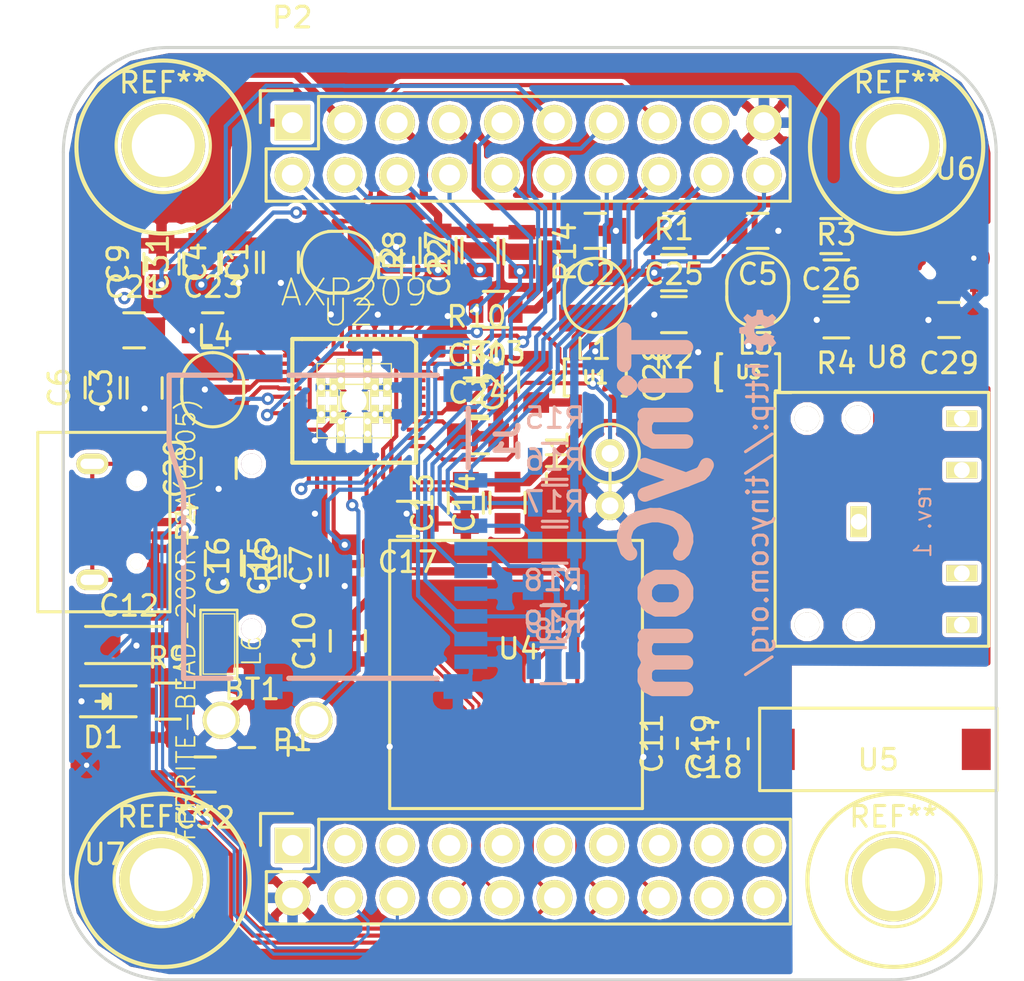
<source format=kicad_pcb>
(kicad_pcb (version 4) (host pcbnew 4.0.0-2.201511301920+6191~38~ubuntu14.04.1-stable)
  (layers (0 F.Cu signal) (31 B.Cu signal) (34 B.Paste user) (35 F.Paste user) (36 B.SilkS user) (37 F.SilkS user) (38 B.Mask user) (39 F.Mask user) (44 Edge.Cuts user))
  (net 0 "")
  (net 1 +5V)
  (net 2 GND)
  (net 3 VCC_15)
  (net 4 VCC_33)
  (net 5 "Net-(L1-Pad1)")
  (net 6 "Net-(L3-Pad1)")
  (net 7 SDC0_D1)
  (net 8 SDC0_D0)
  (net 9 SDC0_CLK)
  (net 10 SDC0_CMD)
  (net 11 SDC0_D3)
  (net 12 SDC0_D2)
  (net 13 UD1_P)
  (net 14 UD1_N)
  (net 15 "Net-(L2-Pad1)")
  (net 16 VCC_12_CPU)
  (net 17 "Net-(L4-Pad1)")
  (net 18 VCC_12_INT)
  (net 19 NMI_N)
  (net 20 TWI0_SCK)
  (net 21 TWI0_SDA)
  (net 22 VCC_30_ANL)
  (net 23 IPSOUT)
  (net 24 "Net-(R6-Pad1)")
  (net 25 UD0_P)
  (net 26 UD0_N)
  (net 27 "Net-(TH1-Pad1)")
  (net 28 "Net-(D1-Pad1)")
  (net 29 "Net-(D1-Pad2)")
  (net 30 "Net-(BT1-Pad1)")
  (net 31 "Net-(R10-Pad1)")
  (net 32 "Net-(C15-Pad2)")
  (net 33 "Net-(C16-Pad2)")
  (net 34 VCC_13_RTC)
  (net 35 HCEC)
  (net 36 HHPD)
  (net 37 HCSL)
  (net 38 HSDA)
  (net 39 "Net-(U2-Pad3)")
  (net 40 "Net-(U2-Pad5)")
  (net 41 "Net-(U2-Pad19)")
  (net 42 "Net-(U2-Pad29)")
  (net 43 "Net-(U2-Pad36)")
  (net 44 "Net-(U2-Pad38)")
  (net 45 "Net-(U2-Pad39)")
  (net 46 "Net-(U2-Pad42)")
  (net 47 "Net-(U2-Pad43)")
  (net 48 "Net-(U2-Pad45)")
  (net 49 HTX2_P)
  (net 50 HTX2_N)
  (net 51 HTX1_P)
  (net 52 HTX1_N)
  (net 53 HTX0_P)
  (net 54 HTX0_N)
  (net 55 HTXC_P)
  (net 56 HTXC_N)
  (net 57 "Net-(C11-Pad2)")
  (net 58 "Net-(C18-Pad1)")
  (net 59 "Net-(U5-Pad2)")
  (net 60 "Net-(C14-Pad1)")
  (net 61 "Net-(C25-Pad1)")
  (net 62 "Net-(C26-Pad1)")
  (net 63 RESET)
  (net 64 EXTEN)
  (net 65 "Net-(U2-Pad31)")
  (net 66 "Net-(L6-Pad1)")
  (net 67 LDO3_28)
  (net 68 LDO4_28)
  (net 69 "Net-(P2-Pad17)")
  (net 70 I2S_SCK)
  (net 71 I2S_WS)
  (net 72 I2S_SD)
  (net 73 "Net-(U8-Pad5)")
  (net 74 "Net-(U8-Pad2)")
  (net 75 "Net-(U8-Pad3)")
  (net 76 "Net-(U8-Pad4)")
  (net 77 "Net-(U8-Pad1)")
  (module tinycom:RTL8188 (layer F.Cu) (at 146.277 109.402 180)
    (fp_text reference U4 (at -0.25 1 180) (layer F.SilkS))
    (fp_text value RTL8188)
    (pad 1 smd rect (at 6 -3.75 180) (size 1.5 1.2) (layers F.Cu F.Paste F.Mask) (net 2 GND))
    (pad 2 smd rect (at 6 -1.25 180) (size 1.5 1.2) (layers F.Cu F.Paste F.Mask) (net 13 UD1_P))
    (pad 3 smd rect (at 6 2.25 180) (size 1.5 1.2) (layers F.Cu F.Paste F.Mask) (net 14 UD1_N))
    (pad 4 smd rect (at 6 4.75 180) (size 1.5 1.2) (layers F.Cu F.Paste F.Mask) (net 4 VCC_33))
    (pad 5 smd rect (at -6.25 -4.25 180) (size 1.5 1.2) (layers F.Cu F.Paste F.Mask) (net 2 GND))
    (pad 6 smd rect (at -6.25 -2.25 180) (size 1.5 1.2) (layers F.Cu F.Paste F.Mask) (net 57 "Net-(C11-Pad2)"))
  )
  (module Resistors_SMD:R_0805 (layer F.Cu) (at 144.487 94.402)
    (fp_text reference R10 (at 0 -2.1) (layer F.SilkS))
    (fp_text value 2K)
    (pad 1 smd rect (at -0.95 0) (size 0.7 1.3) (layers F.Cu F.Paste F.Mask) (net 31 "Net-(R10-Pad1)"))
    (pad 2 smd rect (at 0.95 0) (size 0.7 1.3) (layers F.Cu F.Paste F.Mask) (net 2 GND))
  )
  (module Capacitors_Tantalum_SMD:TantalC_SizeA_EIA-3216_Reflow (layer F.Cu) (at 127.637 108.222)
    (fp_text reference C12 (at 0 -1.9) (layer F.SilkS))
    (fp_text value CP_Small)
    (pad 2 smd rect (at 1.31 0) (size 1.8 1.23) (layers F.Cu F.Paste F.Mask) (net 2 GND))
    (pad 1 smd rect (at -1.31 0) (size 1.8 1.23) (layers F.Cu F.Paste F.Mask) (net 1 +5V))
  )
  (module tinycom:ax209 (layer F.Cu) (at 138.557 96.3803 180)
    (fp_text reference U2 (at 0.29972 4.2799 180) (layer F.SilkS) (effects (font (size 1.27 1.27) (thickness 0.0889))))
    (fp_text value AXP209 (at 0 5.25 180) (layer F.SilkS) (effects (font (size 1.27 1.27) (thickness 0.0889))))
    (pad 1 smd rect (at -2.19964 2.99974 180) (size 0.19812 0.89916) (layers F.Cu F.Paste F.Mask) (net 21 TWI0_SDA))
    (pad 2 smd rect (at -1.79832 2.99974 180) (size 0.19812 0.89916) (layers F.Cu F.Paste F.Mask) (net 20 TWI0_SCK))
    (pad 3 smd rect (at -1.39954 2.99974 180) (size 0.19812 0.89916) (layers F.Cu F.Paste F.Mask) (net 39 "Net-(U2-Pad3)"))
    (pad 4 smd rect (at -0.99822 2.99974 180) (size 0.19812 0.89916) (layers F.Cu F.Paste F.Mask) (net 2 GND))
    (pad 5 smd rect (at -0.59944 2.99974 180) (size 0.19812 0.89916) (layers F.Cu F.Paste F.Mask) (net 40 "Net-(U2-Pad5)"))
    (pad 6 smd rect (at -0.19812 2.99974 180) (size 0.19812 0.89916) (layers F.Cu F.Paste F.Mask) (net 2 GND))
    (pad 7 smd rect (at 0.19812 2.99974 180) (size 0.19812 0.89916) (layers F.Cu F.Paste F.Mask) (net 23 IPSOUT))
    (pad 8 smd rect (at 0.59944 2.99974 180) (size 0.19812 0.89916) (layers F.Cu F.Paste F.Mask) (net 15 "Net-(L2-Pad1)"))
    (pad 9 smd rect (at 0.99822 2.99974 180) (size 0.19812 0.89916) (layers F.Cu F.Paste F.Mask) (net 2 GND))
    (pad 10 smd rect (at 1.39954 2.99974 180) (size 0.19812 0.89916) (layers F.Cu F.Paste F.Mask) (net 16 VCC_12_CPU))
    (pad 11 smd rect (at 1.79832 2.99974 180) (size 0.19812 0.89916) (layers F.Cu F.Paste F.Mask) (net 68 LDO4_28))
    (pad 12 smd rect (at 2.19964 2.99974 180) (size 0.19812 0.89916) (layers F.Cu F.Paste F.Mask) (net 22 VCC_30_ANL))
    (pad 13 smd rect (at 2.99974 2.19964 270) (size 0.19812 0.89916) (layers F.Cu F.Paste F.Mask) (net 23 IPSOUT))
    (pad 14 smd rect (at 2.99974 1.79832 270) (size 0.19812 0.89916) (layers F.Cu F.Paste F.Mask) (net 23 IPSOUT))
    (pad 15 smd rect (at 2.99974 1.39954 270) (size 0.19812 0.89916) (layers F.Cu F.Paste F.Mask) (net 17 "Net-(L4-Pad1)"))
    (pad 16 smd rect (at 2.99974 0.99822 270) (size 0.19812 0.89916) (layers F.Cu F.Paste F.Mask) (net 2 GND))
    (pad 17 smd rect (at 2.99974 0.59944 270) (size 0.19812 0.89916) (layers F.Cu F.Paste F.Mask) (net 18 VCC_12_INT))
    (pad 18 smd rect (at 2.99974 0.19812 270) (size 0.19812 0.89916) (layers F.Cu F.Paste F.Mask) (net 29 "Net-(D1-Pad2)"))
    (pad 19 smd rect (at 2.99974 -0.19812 270) (size 0.19812 0.89916) (layers F.Cu F.Paste F.Mask) (net 41 "Net-(U2-Pad19)"))
    (pad 20 smd rect (at 2.99974 -0.59944 270) (size 0.19812 0.89916) (layers F.Cu F.Paste F.Mask) (net 64 EXTEN))
    (pad 21 smd rect (at 2.99974 -0.99822 270) (size 0.19812 0.89916) (layers F.Cu F.Paste F.Mask) (net 23 IPSOUT))
    (pad 22 smd rect (at 2.99974 -1.39954 270) (size 0.19812 0.89916) (layers F.Cu F.Paste F.Mask) (net 2 GND))
    (pad 23 smd rect (at 2.99974 -1.79832 270) (size 0.19812 0.89916) (layers F.Cu F.Paste F.Mask) (net 24 "Net-(R6-Pad1)"))
    (pad 24 smd rect (at 2.99974 -2.19964 270) (size 0.19812 0.89916) (layers F.Cu F.Paste F.Mask) (net 33 "Net-(C16-Pad2)"))
    (pad 25 smd rect (at 2.19964 -2.99974 180) (size 0.19812 0.89916) (layers F.Cu F.Paste F.Mask) (net 63 RESET))
    (pad 26 smd rect (at 1.79832 -2.99974 180) (size 0.19812 0.89916) (layers F.Cu F.Paste F.Mask) (net 32 "Net-(C15-Pad2)"))
    (pad 27 smd rect (at 1.39954 -2.99974 180) (size 0.19812 0.89916) (layers F.Cu F.Paste F.Mask) (net 2 GND))
    (pad 28 smd rect (at 0.99822 -2.99974 180) (size 0.19812 0.89916) (layers F.Cu F.Paste F.Mask) (net 34 VCC_13_RTC))
    (pad 29 smd rect (at 0.59944 -2.99974 180) (size 0.19812 0.89916) (layers F.Cu F.Paste F.Mask) (net 42 "Net-(U2-Pad29)"))
    (pad 30 smd rect (at 0.19812 -2.99974 180) (size 0.19812 0.89916) (layers F.Cu F.Paste F.Mask) (net 30 "Net-(BT1-Pad1)"))
    (pad 31 smd rect (at -0.19812 -2.99974 180) (size 0.19812 0.89916) (layers F.Cu F.Paste F.Mask) (net 65 "Net-(U2-Pad31)"))
    (pad 32 smd rect (at -0.59944 -2.99974 180) (size 0.19812 0.89916) (layers F.Cu F.Paste F.Mask) (net 1 +5V))
    (pad 33 smd rect (at -0.99822 -2.99974 180) (size 0.19812 0.89916) (layers F.Cu F.Paste F.Mask) (net 1 +5V))
    (pad 34 smd rect (at -1.39954 -2.99974 180) (size 0.19812 0.89916) (layers F.Cu F.Paste F.Mask) (net 23 IPSOUT))
    (pad 35 smd rect (at -1.79832 -2.99974 180) (size 0.19812 0.89916) (layers F.Cu F.Paste F.Mask) (net 23 IPSOUT))
    (pad 36 smd rect (at -2.19964 -2.99974 180) (size 0.19812 0.89916) (layers F.Cu F.Paste F.Mask) (net 43 "Net-(U2-Pad36)"))
    (pad 37 smd rect (at -2.99974 -2.19964 270) (size 0.19812 0.89916) (layers F.Cu F.Paste F.Mask) (net 27 "Net-(TH1-Pad1)"))
    (pad 38 smd rect (at -2.99974 -1.79832 270) (size 0.19812 0.89916) (layers F.Cu F.Paste F.Mask) (net 44 "Net-(U2-Pad38)"))
    (pad 39 smd rect (at -2.99974 -1.39954 270) (size 0.19812 0.89916) (layers F.Cu F.Paste F.Mask) (net 45 "Net-(U2-Pad39)"))
    (pad 40 smd rect (at -2.99974 -0.99822 270) (size 0.19812 0.89916) (layers F.Cu F.Paste F.Mask) (net 23 IPSOUT))
    (pad 41 smd rect (at -2.99974 -0.59944 270) (size 0.19812 0.89916) (layers F.Cu F.Paste F.Mask) (net 67 LDO3_28))
    (pad 42 smd rect (at -2.99974 -0.19812 270) (size 0.19812 0.89916) (layers F.Cu F.Paste F.Mask) (net 46 "Net-(U2-Pad42)"))
    (pad 43 smd rect (at -2.99974 0.19812 270) (size 0.19812 0.89916) (layers F.Cu F.Paste F.Mask) (net 47 "Net-(U2-Pad43)"))
    (pad 44 smd rect (at -2.99974 0.59944 270) (size 0.19812 0.89916) (layers F.Cu F.Paste F.Mask) (net 23 IPSOUT))
    (pad 45 smd rect (at -2.99974 0.99822 270) (size 0.19812 0.89916) (layers F.Cu F.Paste F.Mask) (net 48 "Net-(U2-Pad45)"))
    (pad 46 smd rect (at -2.99974 1.39954 270) (size 0.19812 0.89916) (layers F.Cu F.Paste F.Mask) (net 2 GND))
    (pad 47 smd rect (at -2.99974 1.79832 270) (size 0.19812 0.89916) (layers F.Cu F.Paste F.Mask) (net 31 "Net-(R10-Pad1)"))
    (pad 48 smd rect (at -2.99974 2.19964 270) (size 0.19812 0.89916) (layers F.Cu F.Paste F.Mask) (net 19 NMI_N))
    (pad N1 thru_hole rect (at 0 0 180) (size 1.4224 0.89916) (drill 1.19888) (layers *.Cu F.Paste F.SilkS F.Mask) (net 2 GND))
    (pad N1 thru_hole rect (at -1.59766 -0.6477 180) (size 0.39878 0.89916) (drill 0.29972) (layers *.Cu F.Paste F.SilkS F.Mask) (net 2 GND))
    (pad N1 thru_hole rect (at -0.99822 -0.6477 180) (size 0.39878 0.89916) (drill 0.29972) (layers *.Cu F.Paste F.SilkS F.Mask) (net 2 GND))
    (pad N1 thru_hole rect (at -1.59766 0.6477 180) (size 0.39878 0.89916) (drill 0.29972) (layers *.Cu F.Paste F.SilkS F.Mask) (net 2 GND))
    (pad N1 thru_hole rect (at -0.99822 0.6477 180) (size 0.39878 0.89916) (drill 0.29972) (layers *.Cu F.Paste F.SilkS F.Mask) (net 2 GND))
    (pad N1 thru_hole rect (at -0.6477 1.59766 180) (size 0.39878 0.89916) (drill 0.29972) (layers *.Cu F.Paste F.SilkS F.Mask) (net 2 GND))
    (pad N1 thru_hole rect (at -0.6477 0.99822 180) (size 0.39878 0.89916) (drill 0.29972) (layers *.Cu F.Paste F.SilkS F.Mask) (net 2 GND))
    (pad N1 thru_hole rect (at 0.6477 1.59766 180) (size 0.39878 0.89916) (drill 0.29972) (layers *.Cu F.Paste F.SilkS F.Mask) (net 2 GND))
    (pad N1 thru_hole rect (at 0.6477 0.99822 180) (size 0.39878 0.89916) (drill 0.29972) (layers *.Cu F.Paste F.SilkS F.Mask) (net 2 GND))
    (pad N1 thru_hole rect (at 1.59766 0.6477 180) (size 0.39878 0.89916) (drill 0.29972) (layers *.Cu F.Paste F.SilkS F.Mask) (net 2 GND))
    (pad N1 thru_hole rect (at 0.99822 0.6477 180) (size 0.39878 0.89916) (drill 0.29972) (layers *.Cu F.Paste F.SilkS F.Mask) (net 2 GND))
    (pad N1 thru_hole rect (at 1.59766 -0.6477 180) (size 0.39878 0.89916) (drill 0.29972) (layers *.Cu F.Paste F.SilkS F.Mask) (net 2 GND))
    (pad N1 thru_hole rect (at 0.99822 -0.6477 180) (size 0.39878 0.89916) (drill 0.29972) (layers *.Cu F.Paste F.SilkS F.Mask) (net 2 GND))
    (pad N1 thru_hole rect (at 0.6477 -1.59766 180) (size 0.39878 0.89916) (drill 0.29972) (layers *.Cu F.Paste F.SilkS F.Mask) (net 2 GND))
    (pad N1 thru_hole rect (at 0.6477 -0.99822 180) (size 0.39878 0.89916) (drill 0.29972) (layers *.Cu F.Paste F.SilkS F.Mask) (net 2 GND))
    (pad N1 thru_hole rect (at -0.6477 -1.59766 180) (size 0.39878 0.89916) (drill 0.29972) (layers *.Cu F.Paste F.SilkS F.Mask) (net 2 GND))
    (pad N1 thru_hole rect (at -0.6477 -0.99822 180) (size 0.39878 0.89916) (drill 0.29972) (layers *.Cu F.Paste F.SilkS F.Mask) (net 2 GND))
  )
  (module Capacitors_SMD:C_0805 (layer F.Cu) (at 134.077 104.402 90)
    (fp_text reference C16 (at 0 -2.1 90) (layer F.SilkS))
    (fp_text value 1uF)
    (pad 1 smd rect (at -1 0 90) (size 1 1.25) (layers F.Cu F.Paste F.Mask) (net 2 GND))
    (pad 2 smd rect (at 1 0 90) (size 1 1.25) (layers F.Cu F.Paste F.Mask) (net 33 "Net-(C16-Pad2)"))
  )
  (module tinycom:SDCARD (layer B.Cu) (at 136.83488 102.48646 180)
    (fp_text reference J1 (at -9.15416 4.1275 450) (layer B.SilkS) (effects (font (size 1.1 1.1) (thickness 0.254)) (justify mirror)))
    (fp_text value MICRO_SD_HINGE)
    (pad 1 smd rect (at -7.37362 2.2479 270) (size 0.6985 1.59766) (layers B.Cu B.Paste B.Mask) (net 12 SDC0_D2) (clearance 0.0508))
    (pad 2 smd rect (at -7.37362 1.14808 270) (size 0.6985 1.59766) (layers B.Cu B.Paste B.Mask) (net 11 SDC0_D3) (clearance 0.0508))
    (pad 3 smd rect (at -7.37362 0.04826 270) (size 0.6985 1.59766) (layers B.Cu B.Paste B.Mask) (net 10 SDC0_CMD) (clearance 0.0508))
    (pad 4 smd rect (at -7.37362 -1.04902 270) (size 0.6985 1.59766) (layers B.Cu B.Paste B.Mask) (net 4 VCC_33) (clearance 0.0508))
    (pad 5 smd rect (at -7.37362 -2.14884 270) (size 0.6985 1.59766) (layers B.Cu B.Paste B.Mask) (net 9 SDC0_CLK) (clearance 0.0508))
    (pad 6 smd rect (at -7.37362 -3.24866 270) (size 0.6985 1.59766) (layers B.Cu B.Paste B.Mask) (net 2 GND) (clearance 0.0508))
    (pad 7 smd rect (at -7.37362 -4.34848 270) (size 0.6985 1.59766) (layers B.Cu B.Paste B.Mask) (net 8 SDC0_D0) (clearance 0.0508))
    (pad 8 smd rect (at -7.37362 -5.4483 270) (size 0.6985 1.59766) (layers B.Cu B.Paste B.Mask) (net 7 SDC0_D1) (clearance 0.0508))
    (pad 9 smd rect (at -7.37362 -6.54812 270) (size 0.6985 1.59766) (layers B.Cu B.Paste B.Mask) (net 2 GND) (clearance 0.0508))
    (pad 10 smd rect (at -6.74878 -7.74954 270) (size 1.19888 1.39954) (layers B.Cu B.Paste B.Mask) (net 2 GND) (clearance 0.0508))
    (pad 11 smd rect (at -6.74878 6.84784 270) (size 1.59766 1.39954) (layers B.Cu B.Paste B.Mask) (net 2 GND) (clearance 0.0508))
    (pad 12 smd rect (at 2.84988 -7.74954 270) (size 1.19888 2.19964) (layers B.Cu B.Paste B.Mask) (net 2 GND) (clearance 0.0508))
    (pad 13 smd rect (at 2.84988 7.74954 270) (size 1.19888 2.19964) (layers B.Cu B.Paste B.Mask) (clearance 0.0508))
    (pad 14 thru_hole circle (at 3.2512 3.048 180) (size 1 1) (drill 1) (layers *.Cu *.Mask B.SilkS))
    (pad 15 thru_hole circle (at 3.2512 -4.953 180) (size 1 1) (drill 1) (layers *.Cu *.Mask B.SilkS))
  )
  (module Capacitors_SMD:C_0805 (layer B.Cu) (at 148.225 105.41)
    (fp_text reference C8 (at 0 2.1) (layer B.SilkS) (effects (justify mirror)))
    (fp_text value C_Small)
    (pad 1 smd rect (at -1 0) (size 1 1.25) (layers B.Cu B.Paste B.Mask) (net 2 GND))
    (pad 2 smd rect (at 1 0) (size 1 1.25) (layers B.Cu B.Paste B.Mask) (net 4 VCC_33))
  )
  (module opendous:SOT23-5_Opendous (layer F.Cu) (at 157.6705 94.996 180)
    (fp_text reference U3 (at 0 0 180) (layer F.SilkS) (effects (font (size 0.6096 0.6096) (thickness 0.1524))))
    (fp_text value SY8008BAAC hide)
    (pad 5 smd rect (at -0.9525 -1.27 180) (size 0.6096 0.889) (layers F.Cu F.Paste F.Mask) (net 62 "Net-(C26-Pad1)"))
    (pad 4 smd rect (at 0.9525 -1.27 180) (size 0.6096 0.889) (layers F.Cu F.Paste F.Mask) (net 23 IPSOUT))
    (pad 3 smd rect (at 0.9525 1.27 180) (size 0.6096 0.889) (layers F.Cu F.Paste F.Mask) (net 6 "Net-(L3-Pad1)"))
    (pad 2 smd rect (at 0 1.27 180) (size 0.6096 0.889) (layers F.Cu F.Paste F.Mask) (net 2 GND))
    (pad 1 smd rect (at -0.9525 1.27 180) (size 0.6096 0.889) (layers F.Cu F.Paste F.Mask) (net 23 IPSOUT))
  )
  (module opendous:SOT23-5_Opendous (layer F.Cu) (at 150.241 95.25 180)
    (fp_text reference U1 (at 0 0 180) (layer F.SilkS) (effects (font (size 0.6096 0.6096) (thickness 0.1524))))
    (fp_text value SY8008BAAC hide)
    (pad 5 smd rect (at -0.9525 -1.27 180) (size 0.6096 0.889) (layers F.Cu F.Paste F.Mask) (net 61 "Net-(C25-Pad1)"))
    (pad 4 smd rect (at 0.9525 -1.27 180) (size 0.6096 0.889) (layers F.Cu F.Paste F.Mask) (net 23 IPSOUT))
    (pad 3 smd rect (at 0.9525 1.27 180) (size 0.6096 0.889) (layers F.Cu F.Paste F.Mask) (net 5 "Net-(L1-Pad1)"))
    (pad 2 smd rect (at 0 1.27 180) (size 0.6096 0.889) (layers F.Cu F.Paste F.Mask) (net 2 GND))
    (pad 1 smd rect (at -0.9525 1.27 180) (size 0.6096 0.889) (layers F.Cu F.Paste F.Mask) (net 64 EXTEN))
  )
  (module Resistors_SMD:R_0805 (layer F.Cu) (at 154.051 90.17)
    (fp_text reference R1 (at 0 -2.1) (layer F.SilkS))
    (fp_text value R_Small)
    (pad 1 smd rect (at -0.95 0) (size 0.7 1.3) (layers F.Cu F.Paste F.Mask) (net 4 VCC_33))
    (pad 2 smd rect (at 0.95 0) (size 0.7 1.3) (layers F.Cu F.Paste F.Mask) (net 61 "Net-(C25-Pad1)"))
  )
  (module Resistors_SMD:R_0805 (layer F.Cu) (at 154.051 92.202 180)
    (fp_text reference R2 (at 0 -2.1 180) (layer F.SilkS))
    (fp_text value R_Small)
    (pad 1 smd rect (at -0.95 0 180) (size 0.7 1.3) (layers F.Cu F.Paste F.Mask) (net 61 "Net-(C25-Pad1)"))
    (pad 2 smd rect (at 0.95 0 180) (size 0.7 1.3) (layers F.Cu F.Paste F.Mask) (net 2 GND))
  )
  (module Resistors_SMD:R_0805 (layer F.Cu) (at 161.925 90.424)
    (fp_text reference R3 (at 0 -2.1) (layer F.SilkS))
    (fp_text value R_Small)
    (pad 1 smd rect (at -0.95 0) (size 0.7 1.3) (layers F.Cu F.Paste F.Mask) (net 3 VCC_15))
    (pad 2 smd rect (at 0.95 0) (size 0.7 1.3) (layers F.Cu F.Paste F.Mask) (net 62 "Net-(C26-Pad1)"))
  )
  (module Resistors_SMD:R_0805 (layer F.Cu) (at 161.925 92.456 180)
    (fp_text reference R4 (at 0 -2.1 180) (layer F.SilkS))
    (fp_text value R_Small)
    (pad 1 smd rect (at -0.95 0 180) (size 0.7 1.3) (layers F.Cu F.Paste F.Mask) (net 62 "Net-(C26-Pad1)"))
    (pad 2 smd rect (at 0.95 0 180) (size 0.7 1.3) (layers F.Cu F.Paste F.Mask) (net 2 GND))
  )
  (module cd32:CD32 (layer F.Cu) (at 150.241 91.27 180)
    (fp_text reference L1 (at 0.1 -2.6 180) (layer F.SilkS))
    (fp_text value "SMD-INDUCTOR-2.2UH-20%-1.2A(0805)" hide)
    (pad 1 smd rect (at 0 -1.1 180) (size 3.5 1.3) (layers F.Cu F.Paste F.Mask) (net 5 "Net-(L1-Pad1)"))
    (pad 2 smd rect (at 0 1.1 180) (size 3.5 1.3) (layers F.Cu F.Paste F.Mask) (net 4 VCC_33))
  )
  (module cd32:CD32 (layer F.Cu) (at 158.115 91.016 180)
    (fp_text reference L3 (at 0.1 -2.6 180) (layer F.SilkS))
    (fp_text value "SMD-INDUCTOR-2.2UH-20%-1.2A(0805)" hide)
    (pad 1 smd rect (at 0 -1.1 180) (size 3.5 1.3) (layers F.Cu F.Paste F.Mask) (net 6 "Net-(L3-Pad1)"))
    (pad 2 smd rect (at 0 1.1 180) (size 3.5 1.3) (layers F.Cu F.Paste F.Mask) (net 3 VCC_15))
  )
  (module tinycom:tc-USB_Micro-B (layer F.Cu) (at 127.037 102.262 270)
    (fp_text reference P4 (at 0 -3.45 270) (layer F.SilkS))
    (fp_text value USB_OTG)
    (pad 1 smd rect (at -1.3009 -1.81254) (size 2.1 0.4) (layers F.Cu F.Paste F.Mask) (net 1 +5V))
    (pad 2 smd rect (at -0.6509 -1.81254) (size 2.1 0.4) (layers F.Cu F.Paste F.Mask) (net 26 UD0_N))
    (pad 3 smd rect (at -0.0009 -1.81254) (size 2.1 0.4) (layers F.Cu F.Paste F.Mask) (net 25 UD0_P))
    (pad 4 smd rect (at 0.6491 -1.81254) (size 2.1 0.4) (layers F.Cu F.Paste F.Mask) (net 2 GND))
    (pad 5 smd rect (at 1.2991 -1.81254) (size 2.1 0.4) (layers F.Cu F.Paste F.Mask) (net 2 GND))
    (pad 6 thru_hole oval (at -2.825 1.175) (size 1.55 1) (drill oval 1.15 0.5) (layers *.Cu *.Mask F.SilkS) (net 66 "Net-(L6-Pad1)"))
    (pad 6 thru_hole oval (at 2.8 1.175) (size 1.55 1) (drill oval 1.15 0.5) (layers *.Cu *.Mask F.SilkS) (net 66 "Net-(L6-Pad1)"))
    (pad "" np_thru_hole circle (at -2 -0.975 270) (size 0.6 0.6) (drill 0.6) (layers *.Cu *.Mask F.SilkS))
    (pad "" np_thru_hole circle (at 2 -0.975 270) (size 0.6 0.6) (drill 0.6) (layers *.Cu *.Mask F.SilkS))
    (pad 6 smd rect (at -1.075 1.175) (size 1.9 1.9) (layers F.Cu F.Paste F.Mask) (net 66 "Net-(L6-Pad1)"))
    (pad 6 smd rect (at 1.075 1.175) (size 1.9 1.9) (layers F.Cu F.Paste F.Mask) (net 66 "Net-(L6-Pad1)"))
    (pad 6 smd rect (at -3.2 -0.9) (size 1 1) (layers F.Cu F.Paste F.Mask) (net 66 "Net-(L6-Pad1)"))
    (pad 6 smd rect (at 3.2 -0.9) (size 1 1) (layers F.Cu F.Paste F.Mask) (net 66 "Net-(L6-Pad1)"))
  )
  (module Socket_Strips:Socket_Strip_Straight_2x10 (layer F.Cu) (at 135.567 117.942)
    (fp_text reference P1 (at 0 -5.1) (layer F.SilkS))
    (fp_text value CONN_02X10)
    (pad 1 thru_hole rect (at 0 0) (size 1.7272 1.7272) (drill 1.016) (layers *.Cu *.Mask F.SilkS) (net 49 HTX2_P))
    (pad 2 thru_hole oval (at 0 2.54) (size 1.7272 1.7272) (drill 1.016) (layers *.Cu *.Mask F.SilkS) (net 2 GND))
    (pad 3 thru_hole oval (at 2.54 0) (size 1.7272 1.7272) (drill 1.016) (layers *.Cu *.Mask F.SilkS) (net 50 HTX2_N))
    (pad 4 thru_hole oval (at 2.54 2.54) (size 1.7272 1.7272) (drill 1.016) (layers *.Cu *.Mask F.SilkS) (net 25 UD0_P))
    (pad 5 thru_hole oval (at 5.08 0) (size 1.7272 1.7272) (drill 1.016) (layers *.Cu *.Mask F.SilkS) (net 51 HTX1_P))
    (pad 6 thru_hole oval (at 5.08 2.54) (size 1.7272 1.7272) (drill 1.016) (layers *.Cu *.Mask F.SilkS) (net 26 UD0_N))
    (pad 7 thru_hole oval (at 7.62 0) (size 1.7272 1.7272) (drill 1.016) (layers *.Cu *.Mask F.SilkS) (net 52 HTX1_N))
    (pad 8 thru_hole oval (at 7.62 2.54) (size 1.7272 1.7272) (drill 1.016) (layers *.Cu *.Mask F.SilkS) (net 13 UD1_P))
    (pad 9 thru_hole oval (at 10.16 0) (size 1.7272 1.7272) (drill 1.016) (layers *.Cu *.Mask F.SilkS) (net 53 HTX0_P))
    (pad 10 thru_hole oval (at 10.16 2.54) (size 1.7272 1.7272) (drill 1.016) (layers *.Cu *.Mask F.SilkS) (net 14 UD1_N))
    (pad 11 thru_hole oval (at 12.7 0) (size 1.7272 1.7272) (drill 1.016) (layers *.Cu *.Mask F.SilkS) (net 54 HTX0_N))
    (pad 12 thru_hole oval (at 12.7 2.54) (size 1.7272 1.7272) (drill 1.016) (layers *.Cu *.Mask F.SilkS) (net 70 I2S_SCK))
    (pad 13 thru_hole oval (at 15.24 0) (size 1.7272 1.7272) (drill 1.016) (layers *.Cu *.Mask F.SilkS) (net 55 HTXC_P))
    (pad 14 thru_hole oval (at 15.24 2.54) (size 1.7272 1.7272) (drill 1.016) (layers *.Cu *.Mask F.SilkS) (net 72 I2S_SD))
    (pad 15 thru_hole oval (at 17.78 0) (size 1.7272 1.7272) (drill 1.016) (layers *.Cu *.Mask F.SilkS) (net 56 HTXC_N))
    (pad 16 thru_hole oval (at 17.78 2.54) (size 1.7272 1.7272) (drill 1.016) (layers *.Cu *.Mask F.SilkS) (net 71 I2S_WS))
    (pad 17 thru_hole oval (at 20.32 0) (size 1.7272 1.7272) (drill 1.016) (layers *.Cu *.Mask F.SilkS) (net 35 HCEC))
    (pad 18 thru_hole oval (at 20.32 2.54) (size 1.7272 1.7272) (drill 1.016) (layers *.Cu *.Mask F.SilkS) (net 36 HHPD))
    (pad 19 thru_hole oval (at 22.86 0) (size 1.7272 1.7272) (drill 1.016) (layers *.Cu *.Mask F.SilkS) (net 37 HCSL))
    (pad 20 thru_hole oval (at 22.86 2.54) (size 1.7272 1.7272) (drill 1.016) (layers *.Cu *.Mask F.SilkS) (net 38 HSDA))
  )
  (module Socket_Strips:Socket_Strip_Straight_2x10 (layer F.Cu) (at 135.557 82.892)
    (fp_text reference P2 (at 0 -5.1) (layer F.SilkS))
    (fp_text value CONN_02X10)
    (pad 1 thru_hole rect (at 0 0) (size 1.7272 1.7272) (drill 1.016) (layers *.Cu *.Mask F.SilkS) (net 16 VCC_12_CPU))
    (pad 2 thru_hole oval (at 0 2.54) (size 1.7272 1.7272) (drill 1.016) (layers *.Cu *.Mask F.SilkS) (net 20 TWI0_SCK))
    (pad 3 thru_hole oval (at 2.54 0) (size 1.7272 1.7272) (drill 1.016) (layers *.Cu *.Mask F.SilkS) (net 18 VCC_12_INT))
    (pad 4 thru_hole oval (at 2.54 2.54) (size 1.7272 1.7272) (drill 1.016) (layers *.Cu *.Mask F.SilkS) (net 21 TWI0_SDA))
    (pad 5 thru_hole oval (at 5.08 0) (size 1.7272 1.7272) (drill 1.016) (layers *.Cu *.Mask F.SilkS) (net 4 VCC_33))
    (pad 6 thru_hole oval (at 5.08 2.54) (size 1.7272 1.7272) (drill 1.016) (layers *.Cu *.Mask F.SilkS) (net 19 NMI_N))
    (pad 7 thru_hole oval (at 7.62 0) (size 1.7272 1.7272) (drill 1.016) (layers *.Cu *.Mask F.SilkS) (net 3 VCC_15))
    (pad 8 thru_hole oval (at 7.62 2.54) (size 1.7272 1.7272) (drill 1.016) (layers *.Cu *.Mask F.SilkS) (net 63 RESET))
    (pad 9 thru_hole oval (at 10.16 0) (size 1.7272 1.7272) (drill 1.016) (layers *.Cu *.Mask F.SilkS) (net 34 VCC_13_RTC))
    (pad 10 thru_hole oval (at 10.16 2.54) (size 1.7272 1.7272) (drill 1.016) (layers *.Cu *.Mask F.SilkS) (net 7 SDC0_D1))
    (pad 11 thru_hole oval (at 12.7 0) (size 1.7272 1.7272) (drill 1.016) (layers *.Cu *.Mask F.SilkS) (net 22 VCC_30_ANL))
    (pad 12 thru_hole oval (at 12.7 2.54) (size 1.7272 1.7272) (drill 1.016) (layers *.Cu *.Mask F.SilkS) (net 8 SDC0_D0))
    (pad 13 thru_hole oval (at 15.24 0) (size 1.7272 1.7272) (drill 1.016) (layers *.Cu *.Mask F.SilkS) (net 67 LDO3_28))
    (pad 14 thru_hole oval (at 15.24 2.54) (size 1.7272 1.7272) (drill 1.016) (layers *.Cu *.Mask F.SilkS) (net 9 SDC0_CLK))
    (pad 15 thru_hole oval (at 17.78 0) (size 1.7272 1.7272) (drill 1.016) (layers *.Cu *.Mask F.SilkS) (net 68 LDO4_28))
    (pad 16 thru_hole oval (at 17.78 2.54) (size 1.7272 1.7272) (drill 1.016) (layers *.Cu *.Mask F.SilkS) (net 10 SDC0_CMD))
    (pad 17 thru_hole oval (at 20.32 0) (size 1.7272 1.7272) (drill 1.016) (layers *.Cu *.Mask F.SilkS) (net 69 "Net-(P2-Pad17)"))
    (pad 18 thru_hole oval (at 20.32 2.54) (size 1.7272 1.7272) (drill 1.016) (layers *.Cu *.Mask F.SilkS) (net 11 SDC0_D3))
    (pad 19 thru_hole oval (at 22.86 0) (size 1.7272 1.7272) (drill 1.016) (layers *.Cu *.Mask F.SilkS) (net 2 GND))
    (pad 20 thru_hole oval (at 22.86 2.54) (size 1.7272 1.7272) (drill 1.016) (layers *.Cu *.Mask F.SilkS) (net 12 SDC0_D2))
  )
  (module cd32:CD32 (layer F.Cu) (at 137.795 89.662 270)
    (fp_text reference L2 (at 0.1 -2.6 270) (layer F.SilkS))
    (fp_text value "SMD-INDUCTOR-2.2UH-20%-1.2A(0805)" hide)
    (pad 1 smd rect (at 0 -1.1 270) (size 3.5 1.3) (layers F.Cu F.Paste F.Mask) (net 15 "Net-(L2-Pad1)"))
    (pad 2 smd rect (at 0 1.1 270) (size 3.5 1.3) (layers F.Cu F.Paste F.Mask) (net 16 VCC_12_CPU))
  )
  (module cd32:CD32 (layer F.Cu) (at 131.699 95.842)
    (fp_text reference L4 (at 0.1 -2.6) (layer F.SilkS))
    (fp_text value "SMD-INDUCTOR-2.2UH-20%-1.2A(0805)" hide)
    (pad 1 smd rect (at 0 -1.1) (size 3.5 1.3) (layers F.Cu F.Paste F.Mask) (net 17 "Net-(L4-Pad1)"))
    (pad 2 smd rect (at 0 1.1) (size 3.5 1.3) (layers F.Cu F.Paste F.Mask) (net 18 VCC_12_INT))
  )
  (module Capacitors_SMD:C_0805 (layer F.Cu) (at 132.969 89.662 90)
    (fp_text reference C4 (at 0 -2.1 90) (layer F.SilkS))
    (fp_text value C_Small)
    (pad 1 smd rect (at -1 0 90) (size 1 1.25) (layers F.Cu F.Paste F.Mask) (net 2 GND))
    (pad 2 smd rect (at 1 0 90) (size 1 1.25) (layers F.Cu F.Paste F.Mask) (net 16 VCC_12_CPU))
  )
  (module Capacitors_SMD:C_0805 (layer F.Cu) (at 126.365 95.742 90)
    (fp_text reference C6 (at 0 -2.1 90) (layer F.SilkS))
    (fp_text value C_Small)
    (pad 1 smd rect (at -1 0 90) (size 1 1.25) (layers F.Cu F.Paste F.Mask) (net 2 GND))
    (pad 2 smd rect (at 1 0 90) (size 1 1.25) (layers F.Cu F.Paste F.Mask) (net 18 VCC_12_INT))
  )
  (module Capacitors_SMD:C_0805 (layer F.Cu) (at 138.097 104.362 90)
    (fp_text reference C7 (at 0 -2.1 90) (layer F.SilkS))
    (fp_text value C_Small)
    (pad 1 smd rect (at -1 0 90) (size 1 1.25) (layers F.Cu F.Paste F.Mask) (net 2 GND))
    (pad 2 smd rect (at 1 0 90) (size 1 1.25) (layers F.Cu F.Paste F.Mask) (net 34 VCC_13_RTC))
  )
  (module Capacitors_SMD:C_0805 (layer F.Cu) (at 129.217 89.742 90)
    (fp_text reference C9 (at 0 -2.1 90) (layer F.SilkS))
    (fp_text value C_Small)
    (pad 1 smd rect (at -1 0 90) (size 1 1.25) (layers F.Cu F.Paste F.Mask) (net 22 VCC_30_ANL))
    (pad 2 smd rect (at 1 0 90) (size 1 1.25) (layers F.Cu F.Paste F.Mask) (net 2 GND))
  )
  (module Capacitors_SMD:C_0805 (layer F.Cu) (at 138.247 108.022 90)
    (fp_text reference C10 (at 0 -2.1 90) (layer F.SilkS))
    (fp_text value C_Small)
    (pad 1 smd rect (at -1 0 90) (size 1 1.25) (layers F.Cu F.Paste F.Mask) (net 2 GND))
    (pad 2 smd rect (at 1 0 90) (size 1 1.25) (layers F.Cu F.Paste F.Mask) (net 4 VCC_33))
  )
  (module Resistors_SMD:R_0805 (layer F.Cu) (at 132.217 104.242 270)
    (fp_text reference R6 (at 0 -2.1 270) (layer F.SilkS))
    (fp_text value 200K)
    (pad 1 smd rect (at -0.95 0 270) (size 0.7 1.3) (layers F.Cu F.Paste F.Mask) (net 24 "Net-(R6-Pad1)"))
    (pad 2 smd rect (at 0.95 0 270) (size 0.7 1.3) (layers F.Cu F.Paste F.Mask) (net 2 GND))
  )
  (module Connect:1pin (layer F.Cu) (at 164.9 84)
    (fp_text reference REF** (at 0 -3.048) (layer F.SilkS))
    (fp_text value 1pin)
    (pad 1 thru_hole circle (at 0 0) (size 4.064 4.064) (drill 3.048) (layers *.Cu *.Mask F.SilkS))
  )
  (module Connect:1pin (layer F.Cu) (at 129.3 84)
    (fp_text reference REF** (at 0 -3.048) (layer F.SilkS))
    (fp_text value 1pin)
    (pad 2 thru_hole circle (at 0 0) (size 4.064 4.064) (drill 3.048) (layers *.Cu *.Mask F.SilkS))
  )
  (module Connect:1pin (layer F.Cu) (at 129.2 119.6)
    (fp_text reference REF** (at 0 -3.048) (layer F.SilkS))
    (fp_text value 1pin)
    (pad 3 thru_hole circle (at 0 0) (size 4.064 4.064) (drill 3.048) (layers *.Cu *.Mask F.SilkS))
  )
  (module Connect:1pin (layer F.Cu) (at 164.7 119.6)
    (fp_text reference REF** (at 0 -3.048) (layer F.SilkS))
    (fp_text value 1pin)
    (pad 4 thru_hole circle (at 0 0) (size 4.064 4.064) (drill 3.048) (layers *.Cu *.Mask F.SilkS))
  )
  (module Resistors_SMD:R_0805 (layer F.Cu) (at 144.653 89.088 90)
    (fp_text reference R7 (at 0 -2.1 90) (layer F.SilkS))
    (fp_text value 2.2K)
    (pad 1 smd rect (at -0.95 0 90) (size 0.7 1.3) (layers F.Cu F.Paste F.Mask) (net 21 TWI0_SDA))
    (pad 2 smd rect (at 0.95 0 90) (size 0.7 1.3) (layers F.Cu F.Paste F.Mask) (net 4 VCC_33))
  )
  (module Resistors_SMD:R_0805 (layer F.Cu) (at 142.621 89.088 90)
    (fp_text reference R8 (at 0 -2.1 90) (layer F.SilkS))
    (fp_text value 2.2K)
    (pad 1 smd rect (at -0.95 0 90) (size 0.7 1.3) (layers F.Cu F.Paste F.Mask) (net 20 TWI0_SCK))
    (pad 2 smd rect (at 0.95 0 90) (size 0.7 1.3) (layers F.Cu F.Paste F.Mask) (net 4 VCC_33))
  )
  (module Capacitors_SMD:C_0805 (layer F.Cu) (at 143.967 101.332 90)
    (fp_text reference C13 (at 0 -2.1 90) (layer F.SilkS))
    (fp_text value 10uF)
    (pad 1 smd rect (at -1 0 90) (size 1 1.25) (layers F.Cu F.Paste F.Mask) (net 2 GND))
    (pad 2 smd rect (at 1 0 90) (size 1 1.25) (layers F.Cu F.Paste F.Mask) (net 23 IPSOUT))
  )
  (module Capacitors_SMD:C_0805 (layer F.Cu) (at 145.987 101.322 90)
    (fp_text reference C14 (at 0 -2.1 90) (layer F.SilkS))
    (fp_text value 0.22uF)
    (pad 1 smd rect (at -1 0 90) (size 1 1.25) (layers F.Cu F.Paste F.Mask) (net 60 "Net-(C14-Pad1)"))
    (pad 2 smd rect (at 1 0 90) (size 1 1.25) (layers F.Cu F.Paste F.Mask) (net 23 IPSOUT))
  )
  (module tinycom:oshw_logo_2mm (layer B.Cu) (at 158.115 92.964 270)
    (fp_text reference G*** hide)
    (fp_text value LOGO hide)
  )
  (module Discret:R1 (layer F.Cu) (at 150.957 100.202 270)
    (fp_text reference TH1 (at -1.016 2.54 270) (layer F.SilkS))
    (fp_text value THERMISTOR)
    (pad 1 thru_hole circle (at -1.27 0 270) (size 1.397 1.397) (drill 0.8128) (layers *.Cu *.Mask F.SilkS) (net 27 "Net-(TH1-Pad1)"))
    (pad 2 thru_hole circle (at 1.27 0 270) (size 1.397 1.397) (drill 0.8128) (layers *.Cu *.Mask F.SilkS) (net 2 GND))
  )
  (module Resistors_SMD:R_0805 (layer F.Cu) (at 129.527 110.942)
    (fp_text reference R9 (at 0 -2.1) (layer F.SilkS))
    (fp_text value 300)
    (pad 1 smd rect (at -0.95 0) (size 0.7 1.3) (layers F.Cu F.Paste F.Mask) (net 28 "Net-(D1-Pad1)"))
    (pad 2 smd rect (at 0.95 0) (size 0.7 1.3) (layers F.Cu F.Paste F.Mask) (net 2 GND))
  )
  (module LEDs:LED-0805 (layer F.Cu) (at 126.387 110.952 180)
    (fp_text reference D1 (at 0 -1.75 180) (layer F.SilkS))
    (fp_text value Led_Small)
    (pad 2 smd rect (at 1.04902 0) (size 1.19888 1.19888) (layers F.Cu F.Paste F.Mask) (net 29 "Net-(D1-Pad2)"))
    (pad 1 smd rect (at -1.04902 0) (size 1.19888 1.19888) (layers F.Cu F.Paste F.Mask) (net 28 "Net-(D1-Pad1)"))
  )
  (module Capacitors_SMD:C_0805 (layer F.Cu) (at 136.067 104.382 90)
    (fp_text reference C15 (at 0 -2.1 90) (layer F.SilkS))
    (fp_text value 1uF)
    (pad 1 smd rect (at -1 0 90) (size 1 1.25) (layers F.Cu F.Paste F.Mask) (net 2 GND))
    (pad 2 smd rect (at 1 0 90) (size 1 1.25) (layers F.Cu F.Paste F.Mask) (net 32 "Net-(C15-Pad2)"))
  )
  (module Capacitors_SMD:C_0805 (layer F.Cu) (at 141.147 102.102 180)
    (fp_text reference C17 (at 0 -2.1 180) (layer F.SilkS))
    (fp_text value 10uF)
    (pad 1 smd rect (at -1 0 180) (size 1 1.25) (layers F.Cu F.Paste F.Mask) (net 2 GND))
    (pad 2 smd rect (at 1 0 180) (size 1 1.25) (layers F.Cu F.Paste F.Mask) (net 1 +5V))
  )
  (module Capacitors_SMD:C_0805 (layer F.Cu) (at 135.001 89.662 90)
    (fp_text reference C1 (at 0 -2.1 90) (layer F.SilkS))
    (fp_text value C_Small)
    (pad 1 smd rect (at -1 0 90) (size 1 1.25) (layers F.Cu F.Paste F.Mask) (net 2 GND))
    (pad 2 smd rect (at 1 0 90) (size 1 1.25) (layers F.Cu F.Paste F.Mask) (net 16 VCC_12_CPU))
  )
  (module Capacitors_SMD:C_0805 (layer F.Cu) (at 128.397 95.758 90)
    (fp_text reference C3 (at 0 -2.1 90) (layer F.SilkS))
    (fp_text value C_Small)
    (pad 1 smd rect (at -1 0 90) (size 1 1.25) (layers F.Cu F.Paste F.Mask) (net 2 GND))
    (pad 2 smd rect (at 1 0 90) (size 1 1.25) (layers F.Cu F.Paste F.Mask) (net 18 VCC_12_INT))
  )
  (module Capacitors_SMD:C_0805 (layer F.Cu) (at 150.241 88.138 180)
    (fp_text reference C2 (at 0 -2.1 180) (layer F.SilkS))
    (fp_text value C_Small)
    (pad 1 smd rect (at -1 0 180) (size 1 1.25) (layers F.Cu F.Paste F.Mask) (net 2 GND))
    (pad 2 smd rect (at 1 0 180) (size 1 1.25) (layers F.Cu F.Paste F.Mask) (net 4 VCC_33))
  )
  (module Capacitors_SMD:C_0805 (layer F.Cu) (at 158.115 88.138 180)
    (fp_text reference C5 (at 0 -2.1 180) (layer F.SilkS))
    (fp_text value C_Small)
    (pad 1 smd rect (at -1 0 180) (size 1 1.25) (layers F.Cu F.Paste F.Mask) (net 2 GND))
    (pad 2 smd rect (at 1 0 180) (size 1 1.25) (layers F.Cu F.Paste F.Mask) (net 3 VCC_15))
  )
  (module Capacitors_SMD:C_0402 (layer F.Cu) (at 154.697 112.992 90)
    (fp_text reference C11 (at 0 -1.7 90) (layer F.SilkS))
    (fp_text value NC)
    (pad 1 smd rect (at -0.55 0 90) (size 0.6 0.5) (layers F.Cu F.Paste F.Mask) (net 2 GND))
    (pad 2 smd rect (at 0.55 0 90) (size 0.6 0.5) (layers F.Cu F.Paste F.Mask) (net 57 "Net-(C11-Pad2)"))
  )
  (module Capacitors_SMD:C_0402 (layer F.Cu) (at 155.937 112.452 180)
    (fp_text reference C18 (at 0 -1.7 180) (layer F.SilkS))
    (fp_text value 10pF)
    (pad 1 smd rect (at -0.55 0 180) (size 0.6 0.5) (layers F.Cu F.Paste F.Mask) (net 58 "Net-(C18-Pad1)"))
    (pad 2 smd rect (at 0.55 0 180) (size 0.6 0.5) (layers F.Cu F.Paste F.Mask) (net 57 "Net-(C11-Pad2)"))
  )
  (module Capacitors_SMD:C_0402 (layer F.Cu) (at 157.177 113.012 90)
    (fp_text reference C19 (at 0 -1.7 90) (layer F.SilkS))
    (fp_text value NC)
    (pad 1 smd rect (at -0.55 0 90) (size 0.6 0.5) (layers F.Cu F.Paste F.Mask) (net 2 GND))
    (pad 2 smd rect (at 0.55 0 90) (size 0.6 0.5) (layers F.Cu F.Paste F.Mask) (net 58 "Net-(C18-Pad1)"))
  )
  (module tinycom:AN9520 (layer F.Cu) (at 163.957 113.284)
    (fp_text reference U5 (at 0 0.5) (layer F.SilkS))
    (fp_text value rainsun-antenna)
    (pad 2 smd rect (at 4.75 0) (size 1.4 2) (layers F.Cu F.Paste F.Mask) (net 59 "Net-(U5-Pad2)"))
    (pad 1 smd rect (at -4.75 0) (size 1.4 2) (layers F.Cu F.Paste F.Mask) (net 58 "Net-(C18-Pad1)"))
  )
  (module Capacitors_SMD:C_0805 (layer F.Cu) (at 131.987 99.652 90)
    (fp_text reference C20 (at 0 -2.1 90) (layer F.SilkS))
    (fp_text value 0.22uF)
    (pad 1 smd rect (at -1 0 90) (size 1 1.25) (layers F.Cu F.Paste F.Mask) (net 2 GND))
    (pad 2 smd rect (at 1 0 90) (size 1 1.25) (layers F.Cu F.Paste F.Mask) (net 23 IPSOUT))
  )
  (module Resistors_SMD:R_0805 (layer F.Cu) (at 145.415 91.948 180)
    (fp_text reference R13 (at 0 -2.1 180) (layer F.SilkS))
    (fp_text value 47K)
    (pad 1 smd rect (at -0.95 0 180) (size 0.7 1.3) (layers F.Cu F.Paste F.Mask) (net 4 VCC_33))
    (pad 2 smd rect (at 0.95 0 180) (size 0.7 1.3) (layers F.Cu F.Paste F.Mask) (net 19 NMI_N))
  )
  (module Resistors_SMD:R_0805 (layer F.Cu) (at 146.685 89.154 270)
    (fp_text reference R14 (at 0 -2.1 270) (layer F.SilkS))
    (fp_text value 10K)
    (pad 1 smd rect (at -0.95 0 270) (size 0.7 1.3) (layers F.Cu F.Paste F.Mask) (net 4 VCC_33))
    (pad 2 smd rect (at 0.95 0 270) (size 0.7 1.3) (layers F.Cu F.Paste F.Mask) (net 63 RESET))
  )
  (module Capacitors_SMD:C_0805 (layer F.Cu) (at 140.589 89.916 270)
    (fp_text reference C22 (at 0 -2.1 270) (layer F.SilkS))
    (fp_text value C_Small)
    (pad 1 smd rect (at -1 0 270) (size 1 1.25) (layers F.Cu F.Paste F.Mask) (net 2 GND))
    (pad 2 smd rect (at 1 0 270) (size 1 1.25) (layers F.Cu F.Paste F.Mask) (net 23 IPSOUT))
  )
  (module Capacitors_SMD:C_0805 (layer F.Cu) (at 131.699 92.964)
    (fp_text reference C23 (at 0 -2.1) (layer F.SilkS))
    (fp_text value C_Small)
    (pad 1 smd rect (at -1 0) (size 1 1.25) (layers F.Cu F.Paste F.Mask) (net 2 GND))
    (pad 2 smd rect (at 1 0) (size 1 1.25) (layers F.Cu F.Paste F.Mask) (net 23 IPSOUT))
  )
  (module Capacitors_SMD:C_0805 (layer F.Cu) (at 127.889 92.964)
    (fp_text reference C21 (at 0 -2.1) (layer F.SilkS))
    (fp_text value C_Small)
    (pad 1 smd rect (at -1 0) (size 1 1.25) (layers F.Cu F.Paste F.Mask) (net 2 GND))
    (pad 2 smd rect (at 1 0) (size 1 1.25) (layers F.Cu F.Paste F.Mask) (net 23 IPSOUT))
  )
  (module Capacitors_SMD:C_0805 (layer F.Cu) (at 144.557 98.102)
    (fp_text reference C24 (at 0 -2.1) (layer F.SilkS))
    (fp_text value C_Small)
    (pad 1 smd rect (at -1 0) (size 1 1.25) (layers F.Cu F.Paste F.Mask) (net 23 IPSOUT))
    (pad 2 smd rect (at 1 0) (size 1 1.25) (layers F.Cu F.Paste F.Mask) (net 2 GND))
  )
  (module Capacitors_SMD:C_0805 (layer F.Cu) (at 154.051 88.138 180)
    (fp_text reference C25 (at 0 -2.1 180) (layer F.SilkS))
    (fp_text value 100pF)
    (pad 1 smd rect (at -1 0 180) (size 1 1.25) (layers F.Cu F.Paste F.Mask) (net 61 "Net-(C25-Pad1)"))
    (pad 2 smd rect (at 1 0 180) (size 1 1.25) (layers F.Cu F.Paste F.Mask) (net 4 VCC_33))
  )
  (module Capacitors_SMD:C_0805 (layer F.Cu) (at 161.671 88.392 180)
    (fp_text reference C26 (at 0 -2.1 180) (layer F.SilkS))
    (fp_text value 100pF)
    (pad 1 smd rect (at -1 0 180) (size 1 1.25) (layers F.Cu F.Paste F.Mask) (net 62 "Net-(C26-Pad1)"))
    (pad 2 smd rect (at 1 0 180) (size 1 1.25) (layers F.Cu F.Paste F.Mask) (net 3 VCC_15))
  )
  (module Resistors_SMD:R_0805 (layer B.Cu) (at 148.275 99.314 180)
    (fp_text reference R15 (at 0 2.1 180) (layer B.SilkS) (effects (justify mirror)))
    (fp_text value R_Small)
    (pad 1 smd rect (at -0.95 0 180) (size 0.7 1.3) (layers B.Cu B.Paste B.Mask) (net 4 VCC_33))
    (pad 2 smd rect (at 0.95 0 180) (size 0.7 1.3) (layers B.Cu B.Paste B.Mask) (net 12 SDC0_D2))
  )
  (module Resistors_SMD:R_0805 (layer B.Cu) (at 148.275 101.346 180)
    (fp_text reference R16 (at 0 2.1 180) (layer B.SilkS) (effects (justify mirror)))
    (fp_text value R_Small)
    (pad 1 smd rect (at -0.95 0 180) (size 0.7 1.3) (layers B.Cu B.Paste B.Mask) (net 4 VCC_33))
    (pad 2 smd rect (at 0.95 0 180) (size 0.7 1.3) (layers B.Cu B.Paste B.Mask) (net 11 SDC0_D3))
  )
  (module Resistors_SMD:R_0805 (layer B.Cu) (at 148.275 103.378 180)
    (fp_text reference R17 (at 0 2.1 180) (layer B.SilkS) (effects (justify mirror)))
    (fp_text value R_Small)
    (pad 1 smd rect (at -0.95 0 180) (size 0.7 1.3) (layers B.Cu B.Paste B.Mask) (net 4 VCC_33))
    (pad 2 smd rect (at 0.95 0 180) (size 0.7 1.3) (layers B.Cu B.Paste B.Mask) (net 10 SDC0_CMD))
  )
  (module Resistors_SMD:R_0805 (layer B.Cu) (at 148.209 107.188 180)
    (fp_text reference R18 (at 0 2.1 180) (layer B.SilkS) (effects (justify mirror)))
    (fp_text value R_Small)
    (pad 1 smd rect (at -0.95 0 180) (size 0.7 1.3) (layers B.Cu B.Paste B.Mask) (net 4 VCC_33))
    (pad 2 smd rect (at 0.95 0 180) (size 0.7 1.3) (layers B.Cu B.Paste B.Mask) (net 8 SDC0_D0))
  )
  (module Resistors_SMD:R_0805 (layer B.Cu) (at 148.209 109.22 180)
    (fp_text reference R19 (at 0 2.1 180) (layer B.SilkS) (effects (justify mirror)))
    (fp_text value R_Small)
    (pad 1 smd rect (at -0.95 0 180) (size 0.7 1.3) (layers B.Cu B.Paste B.Mask) (net 4 VCC_33))
    (pad 2 smd rect (at 0.95 0 180) (size 0.7 1.3) (layers B.Cu B.Paste B.Mask) (net 7 SDC0_D1))
  )
  (module Capacitors_SMD:C_0805 (layer F.Cu) (at 155.227 95.022 90)
    (fp_text reference C28 (at 0 -2.1 90) (layer F.SilkS))
    (fp_text value 10uF)
    (pad 1 smd rect (at -1 0 90) (size 1 1.25) (layers F.Cu F.Paste F.Mask) (net 23 IPSOUT))
    (pad 2 smd rect (at 1 0 90) (size 1 1.25) (layers F.Cu F.Paste F.Mask) (net 2 GND))
  )
  (module Capacitors_SMD:C_0805 (layer F.Cu) (at 147.377 95.462 90)
    (fp_text reference C27 (at 0 -2.1 90) (layer F.SilkS))
    (fp_text value 10uF)
    (pad 1 smd rect (at -1 0 90) (size 1 1.25) (layers F.Cu F.Paste F.Mask) (net 23 IPSOUT))
    (pad 2 smd rect (at 1 0 90) (size 1 1.25) (layers F.Cu F.Paste F.Mask) (net 2 GND))
  )
  (module OPL-Inductor-L0805 (layer F.Cu) (at 131.997 108.172 270)
    (fp_text reference L6 (at 0.3175 -1.5875 270) (layer F.SilkS) (effects (font (size 0.889 0.889) (thickness 0.0889))))
    (fp_text value "SMD-FERRITE-BEAD-200R-2A(0805)" (at 0.762 1.5875 270) (layer F.SilkS) (effects (font (size 0.889 0.889) (thickness 0.0889))))
    (pad 1 smd rect (at -0.889 0 270) (size 1.016 1.397) (layers F.Cu F.Paste F.Mask) (net 66 "Net-(L6-Pad1)"))
    (pad 2 smd rect (at 0.889 0 270) (size 1.016 1.397) (layers F.Cu F.Paste F.Mask) (net 2 GND))
  )
  (module tinycom:ml1220-bat (layer F.Cu) (at 134.357 111.872 180)
    (fp_text reference BT1 (at 0.75 1.5 180) (layer F.SilkS))
    (fp_text value Battery)
    (fp_text user - (at 1 -1.25 180) (layer F.SilkS))
    (fp_text user + (at -1 -1.25 180) (layer F.SilkS))
    (pad 1 thru_hole circle (at -2.25 0 180) (size 1.8 1.8) (drill 1.4) (layers *.Cu *.Mask F.SilkS) (net 30 "Net-(BT1-Pad1)"))
    (pad 2 thru_hole circle (at 2.25 0 180) (size 1.8 1.8) (drill 1.4) (layers *.Cu *.Mask F.SilkS) (net 2 GND))
  )
  (module Capacitors_SMD:C_0805 (layer F.Cu) (at 144.517 96.272)
    (fp_text reference C30 (at 0 -2.1) (layer F.SilkS))
    (fp_text value C_Small)
    (pad 1 smd rect (at -1 0) (size 1 1.25) (layers F.Cu F.Paste F.Mask) (net 67 LDO3_28))
    (pad 2 smd rect (at 1 0) (size 1 1.25) (layers F.Cu F.Paste F.Mask) (net 2 GND))
  )
  (module Capacitors_SMD:C_0805 (layer F.Cu) (at 131.147 89.742 90)
    (fp_text reference C31 (at 0 -2.1 90) (layer F.SilkS))
    (fp_text value C_Small)
    (pad 1 smd rect (at -1 0 90) (size 1 1.25) (layers F.Cu F.Paste F.Mask) (net 68 LDO4_28))
    (pad 2 smd rect (at 1 0 90) (size 1 1.25) (layers F.Cu F.Paste F.Mask) (net 2 GND))
  )
  (module Capacitors_SMD:C_0805 (layer F.Cu) (at 167.387 92.462 180)
    (fp_text reference C29 (at 0 -2.1 180) (layer F.SilkS))
    (fp_text value 100nF)
    (pad 1 smd rect (at -1 0 180) (size 1 1.25) (layers F.Cu F.Paste F.Mask) (net 2 GND))
    (pad 2 smd rect (at 1 0 180) (size 1 1.25) (layers F.Cu F.Paste F.Mask) (net 4 VCC_33))
  )
  (module Capacitors_SMD:C_0805 (layer F.Cu) (at 131.327 114.502 180)
    (fp_text reference C32 (at 0 -2.1 180) (layer F.SilkS))
    (fp_text value 100nF)
    (pad 1 smd rect (at -1 0 180) (size 1 1.25) (layers F.Cu F.Paste F.Mask) (net 2 GND))
    (pad 2 smd rect (at 1 0 180) (size 1 1.25) (layers F.Cu F.Paste F.Mask) (net 4 VCC_33))
  )
  (module tinycom:admp411 (layer F.Cu) (at 167.207 89.392)
    (fp_text reference U6 (at 0.5 -4.25) (layer F.SilkS))
    (fp_text value admp411)
    (pad 2 smd rect (at -0.7 -1.25 90) (size 0.6 0.4) (layers F.Cu F.Paste F.Mask) (net 72 I2S_SD))
    (pad 1 smd rect (at -1.75 -1.25 90) (size 0.6 0.4) (layers F.Cu F.Paste F.Mask) (net 70 I2S_SCK))
    (pad 3 smd rect (at 0.35 -1.25 90) (size 0.6 0.4) (layers F.Cu F.Paste F.Mask) (net 71 I2S_WS))
    (pad 4 smd rect (at 1.4 -1.25 90) (size 0.6 0.4) (layers F.Cu F.Paste F.Mask) (net 2 GND))
    (pad 9 smd rect (at -1.75 1.41 90) (size 0.6 0.4) (layers F.Cu F.Paste F.Mask) (net 2 GND))
    (pad 8 smd rect (at -0.7 1.41 90) (size 0.6 0.4) (layers F.Cu F.Paste F.Mask) (net 4 VCC_33))
    (pad 7 smd rect (at 0.35 1.41 90) (size 0.6 0.4) (layers F.Cu F.Paste F.Mask) (net 4 VCC_33))
    (pad 6 smd rect (at 1.4 1.41 90) (size 0.6 0.4) (layers F.Cu F.Paste F.Mask) (net 2 GND))
    (pad 5 thru_hole circle (at 1.38 0.07 90) (size 0.25 0.25) (drill 0.25) (layers *.Cu *.Mask F.SilkS) (net 2 GND))
    (pad 5 smd circle (at 1.38 0.07 90) (size 1.56 1.56) (layers F.Cu F.Paste F.Mask) (net 2 GND))
  )
  (module tinycom:admp411 (layer F.Cu) (at 126.967 114.122 180)
    (fp_text reference U7 (at 0.5 -4.25 180) (layer F.SilkS))
    (fp_text value admp411)
    (pad 2 smd rect (at -0.7 -1.25 270) (size 0.6 0.4) (layers F.Cu F.Paste F.Mask) (net 72 I2S_SD))
    (pad 1 smd rect (at -1.75 -1.25 270) (size 0.6 0.4) (layers F.Cu F.Paste F.Mask) (net 70 I2S_SCK))
    (pad 3 smd rect (at 0.35 -1.25 270) (size 0.6 0.4) (layers F.Cu F.Paste F.Mask) (net 71 I2S_WS))
    (pad 4 smd rect (at 1.4 -1.25 270) (size 0.6 0.4) (layers F.Cu F.Paste F.Mask) (net 4 VCC_33))
    (pad 9 smd rect (at -1.75 1.41 270) (size 0.6 0.4) (layers F.Cu F.Paste F.Mask) (net 2 GND))
    (pad 8 smd rect (at -0.7 1.41 270) (size 0.6 0.4) (layers F.Cu F.Paste F.Mask) (net 4 VCC_33))
    (pad 7 smd rect (at 0.35 1.41 270) (size 0.6 0.4) (layers F.Cu F.Paste F.Mask) (net 4 VCC_33))
    (pad 6 smd rect (at 1.4 1.41 270) (size 0.6 0.4) (layers F.Cu F.Paste F.Mask) (net 2 GND))
    (pad 5 thru_hole circle (at 1.38 0.07 270) (size 0.25 0.25) (drill 0.25) (layers *.Cu *.Mask F.SilkS) (net 2 GND))
    (pad 5 smd circle (at 1.38 0.07 270) (size 1.56 1.56) (layers F.Cu F.Paste F.Mask) (net 2 GND))
  )
  (module tinycom:audio-jack (layer F.Cu) (at 165.067 102.922)
    (fp_text reference U8 (at -0.69 -8.66) (layer F.SilkS))
    (fp_text value audio-jack)
    (pad 5 thru_hole rect (at 2.94 4.32 180) (size 1.5 0.8) (drill 0.762) (layers *.Cu *.Mask F.SilkS) (net 73 "Net-(U8-Pad5)"))
    (pad 2 thru_hole rect (at 2.94 -5.68 180) (size 1.5 0.8) (drill 0.762) (layers *.Cu *.Mask F.SilkS) (net 74 "Net-(U8-Pad2)"))
    (pad 3 thru_hole rect (at 2.94 -3.18 180) (size 1.5 0.8) (drill 0.762) (layers *.Cu *.Mask F.SilkS) (net 75 "Net-(U8-Pad3)"))
    (pad 4 thru_hole rect (at 2.94 1.82 180) (size 1.5 0.8) (drill 0.762) (layers *.Cu *.Mask F.SilkS) (net 76 "Net-(U8-Pad4)"))
    (pad 1 thru_hole rect (at -2.06 -0.68 270) (size 1.5 0.8) (drill 0.762) (layers *.Cu *.Mask F.SilkS) (net 77 "Net-(U8-Pad1)"))
    (pad NC thru_hole circle (at -2.06 4.32 270) (size 1.2 1.2) (drill 1.2) (layers *.Cu *.Mask F.SilkS))
    (pad NC thru_hole circle (at -2.1 -5.71 270) (size 1.2 1.2) (drill 1.2) (layers *.Cu *.Mask F.SilkS))
    (pad NC thru_hole circle (at -4.56 -5.68 270) (size 1.2 1.2) (drill 1.2) (layers *.Cu *.Mask F.SilkS))
    (pad NC thru_hole circle (at -4.56 4.32 270) (size 1.2 1.2) (drill 1.2) (layers *.Cu *.Mask F.SilkS))
  )
  (gr_text "rev. 1" (at 166.117 102.242 90) (layer B.SilkS) (effects (font (size 0.8 0.8) (thickness 0.1)) (justify mirror)))
  (gr_text http://tinycom.org/ (at 158.115 102.108 90) (layer B.SilkS) (effects (font (size 1 1)) (justify mirror)))
  (gr_text TinyCom (at 153.289 101.854 90) (layer B.SilkS) (effects (font (size 3 3) (thickness 0.7)) (justify mirror)))
  (gr_circle (center 164.846 84.074) (end 169.037 83.82) (layer F.SilkS) (width 0.2))
  (gr_circle (center 129.286 84.074) (end 133.477 83.947) (layer F.SilkS) (width 0.2))
  (gr_circle (center 164.719 119.634) (end 168.91 119.888) (layer F.SilkS) (width 0.2))
  (gr_circle (center 129.286 119.634) (end 133.477 119.888) (layer F.SilkS) (width 0.2))
  (gr_line (start 169.672 119.38) (end 169.672 84.328) (layer Edge.Cuts) (width 0.15))
  (gr_line (start 129.54 124.46) (end 164.592 124.46) (layer Edge.Cuts) (width 0.15))
  (gr_line (start 124.46 119.38) (end 124.46 84.328) (layer Edge.Cuts) (width 0.15))
  (gr_line (start 129.54 79.248) (end 164.592 79.248) (layer Edge.Cuts) (width 0.15))
  (gr_arc (start 129.54 84.328) (end 124.46 84.328) (angle 90) (layer Edge.Cuts) (width 0.15))
  (gr_arc (start 164.592 84.328) (end 164.592 79.248) (angle 90) (layer Edge.Cuts) (width 0.15))
  (gr_arc (start 164.592 119.38) (end 169.672 119.38) (angle 90) (layer Edge.Cuts) (width 0.15))
  (gr_arc (start 129.54 119.38) (end 129.54 124.46) (angle 90) (layer Edge.Cuts) (width 0.15))
  (via (at 127.41703 91.398187) (size 0.6) (drill 0.3) (layers F.Cu B.Cu) (net 0))
  (segment (start 131.076999 101.54571) (end 131.076999 104.302) (width 0.4) (layer F.Cu) (net 1))
  (segment (start 131.076999 104.302) (end 131.076999 106.243001) (width 0.4) (layer F.Cu) (net 1))
  (segment (start 139.13 104.084002) (end 138.914002 104.3) (width 0.4) (layer F.Cu) (net 1))
  (segment (start 138.914002 104.3) (end 131.078999 104.3) (width 0.4) (layer F.Cu) (net 1))
  (segment (start 131.078999 104.3) (end 131.076999 104.302) (width 0.4) (layer F.Cu) (net 1))
  (segment (start 128.84954 100.9611) (end 130.492389 100.9611) (width 0.4) (layer F.Cu) (net 1))
  (segment (start 130.48 106.84) (end 126.694 106.84) (width 0.4) (layer F.Cu) (net 1))
  (segment (start 130.492389 100.9611) (end 131.076999 101.54571) (width 0.4) (layer F.Cu) (net 1))
  (segment (start 131.076999 106.243001) (end 130.48 106.84) (width 0.4) (layer F.Cu) (net 1))
  (segment (start 126.694 106.84) (end 126.327 107.207) (width 0.4) (layer F.Cu) (net 1))
  (segment (start 126.327 107.207) (end 126.327 108.222) (width 0.4) (layer F.Cu) (net 1))
  (segment (start 139.13 103.818998) (end 139.13 104.084002) (width 0.4) (layer F.Cu) (net 1))
  (segment (start 139.13 103.244) (end 140.147 102.227) (width 0.4) (layer F.Cu) (net 1))
  (segment (start 140.147 102.227) (end 140.147 102.102) (width 0.4) (layer F.Cu) (net 1))
  (segment (start 139.13 104.084002) (end 139.13 103.244) (width 0.4) (layer F.Cu) (net 1))
  (segment (start 139.55522 99.38004) (end 139.55522 101.51022) (width 0.2) (layer F.Cu) (net 1))
  (segment (start 139.55522 101.51022) (end 140.147 102.102) (width 0.2) (layer F.Cu) (net 1))
  (segment (start 139.15644 99.38004) (end 139.15644 101.81144) (width 0.2) (layer F.Cu) (net 1))
  (segment (start 139.15644 101.81144) (end 139.447 102.102) (width 0.2) (layer F.Cu) (net 1))
  (segment (start 139.447 102.102) (end 140.147 102.102) (width 0.2) (layer F.Cu) (net 1))
  (via (at 128.003802 108.25044) (size 0.6) (drill 0.3) (layers F.Cu B.Cu) (net 2))
  (segment (start 128.947 108.222) (end 128.91856 108.25044) (width 0.2) (layer F.Cu) (net 2))
  (segment (start 128.91856 108.25044) (end 128.428066 108.25044) (width 0.2) (layer F.Cu) (net 2))
  (segment (start 128.428066 108.25044) (end 128.003802 108.25044) (width 0.2) (layer F.Cu) (net 2))
  (segment (start 168.607 90.802) (end 168.607 92.242) (width 0.2) (layer F.Cu) (net 2))
  (segment (start 168.607 92.242) (end 168.387 92.462) (width 0.2) (layer F.Cu) (net 2))
  (via (at 152.57002 113.652) (size 0.6) (drill 0.3) (layers F.Cu B.Cu) (net 2))
  (via (at 126.33699 96.742) (size 0.6) (drill 0.3) (layers F.Cu B.Cu) (net 2))
  (via (at 128.397 96.758) (size 0.6) (drill 0.3) (layers F.Cu B.Cu) (net 2))
  (via (at 131.987 100.652) (size 0.6) (drill 0.3) (layers F.Cu B.Cu) (net 2))
  (via (at 140.277 113.152) (size 0.6) (drill 0.3) (layers F.Cu B.Cu) (net 2))
  (via (at 155.227 94.022) (size 0.6) (drill 0.3) (layers F.Cu B.Cu) (net 2))
  (via (at 159.115 88.138) (size 0.6) (drill 0.3) (layers F.Cu B.Cu) (net 2))
  (via (at 138.097 105.362) (size 0.6) (drill 0.3) (layers F.Cu B.Cu) (net 2))
  (via (at 136.067 105.382) (size 0.6) (drill 0.3) (layers F.Cu B.Cu) (net 2))
  (via (at 134.077 105.402) (size 0.6) (drill 0.3) (layers F.Cu B.Cu) (net 2))
  (via (at 132.217 105.192) (size 0.6) (drill 0.3) (layers F.Cu B.Cu) (net 2))
  (via (at 135.001 90.662) (size 0.6) (drill 0.3) (layers F.Cu B.Cu) (net 2))
  (via (at 140.589 88.916) (size 0.6) (drill 0.3) (layers F.Cu B.Cu) (net 2))
  (segment (start 139.55522 93.38056) (end 139.55522 92.34678) (width 0.2) (layer F.Cu) (net 2))
  (segment (start 139.55522 92.34678) (end 139.7 92.202) (width 0.2) (layer F.Cu) (net 2))
  (segment (start 132.969 90.662) (end 135.001 90.662) (width 0.2) (layer F.Cu) (net 2))
  (segment (start 131.147 88.742) (end 131.272 88.742) (width 0.2) (layer F.Cu) (net 2))
  (segment (start 131.272 88.742) (end 132.969 90.439) (width 0.2) (layer F.Cu) (net 2))
  (segment (start 132.969 90.439) (end 132.969 90.662) (width 0.2) (layer F.Cu) (net 2))
  (segment (start 129.217 88.742) (end 131.147 88.742) (width 0.2) (layer F.Cu) (net 2))
  (segment (start 144.48343 95.63862) (end 145.437 94.68505) (width 0.2) (layer B.Cu) (net 2))
  (via (at 145.437 94.402) (size 0.6) (drill 0.3) (layers F.Cu B.Cu) (net 2))
  (segment (start 143.58366 95.63862) (end 144.48343 95.63862) (width 0.2) (layer B.Cu) (net 2))
  (segment (start 145.437 94.68505) (end 145.437 94.402) (width 0.2) (layer B.Cu) (net 2))
  (segment (start 145.437 94.402) (end 147.317 94.402) (width 0.2) (layer F.Cu) (net 2))
  (segment (start 147.317 94.402) (end 147.377 94.462) (width 0.2) (layer F.Cu) (net 2))
  (via (at 143.09 92.27) (size 0.6) (drill 0.3) (layers F.Cu B.Cu) (net 2))
  (segment (start 144.127001 93.487001) (end 143.09 92.45) (width 0.2) (layer F.Cu) (net 2))
  (segment (start 143.09 92.45) (end 143.09 92.27) (width 0.2) (layer F.Cu) (net 2))
  (segment (start 141.55674 94.98076) (end 142.20632 94.98076) (width 0.2) (layer F.Cu) (net 2))
  (segment (start 142.20632 94.98076) (end 142.517561 95.292001) (width 0.2) (layer F.Cu) (net 2))
  (segment (start 142.517561 95.292001) (end 144.079001 95.292001) (width 0.2) (layer F.Cu) (net 2))
  (segment (start 144.079001 95.292001) (end 144.127001 95.244001) (width 0.2) (layer F.Cu) (net 2))
  (segment (start 144.127001 95.244001) (end 144.127001 93.487001) (width 0.2) (layer F.Cu) (net 2))
  (segment (start 137.837 91.778267) (end 137.722771 91.892496) (width 0.2) (layer F.Cu) (net 2))
  (segment (start 137.55878 93.38056) (end 137.55878 92.328503) (width 0.2) (layer F.Cu) (net 2))
  (segment (start 138.052999 87.671999) (end 137.837 87.887998) (width 0.2) (layer F.Cu) (net 2))
  (segment (start 140.044999 87.671999) (end 138.052999 87.671999) (width 0.2) (layer F.Cu) (net 2))
  (segment (start 140.589 88.216) (end 140.044999 87.671999) (width 0.2) (layer F.Cu) (net 2))
  (segment (start 140.589 88.916) (end 140.589 88.216) (width 0.2) (layer F.Cu) (net 2))
  (segment (start 137.722771 91.892496) (end 137.422772 92.192495) (width 0.2) (layer F.Cu) (net 2))
  (segment (start 137.837 87.887998) (end 137.837 91.778267) (width 0.2) (layer F.Cu) (net 2))
  (via (at 137.422772 92.192495) (size 0.6) (drill 0.3) (layers F.Cu B.Cu) (net 2))
  (segment (start 137.55878 92.328503) (end 137.422772 92.192495) (width 0.2) (layer F.Cu) (net 2))
  (segment (start 128.84954 103.5611) (end 129.5661 103.5611) (width 0.2) (layer F.Cu) (net 2))
  (segment (start 129.5661 103.5611) (end 130.227 104.222) (width 0.2) (layer F.Cu) (net 2))
  (via (at 130.227 104.222) (size 0.6) (drill 0.3) (layers F.Cu B.Cu) (net 2))
  (segment (start 153.101 93.533) (end 153.101 93.052) (width 0.2) (layer F.Cu) (net 2))
  (segment (start 151.629488 95.004512) (end 153.101 93.533) (width 0.2) (layer F.Cu) (net 2))
  (segment (start 148.786998 95.004512) (end 151.629488 95.004512) (width 0.2) (layer F.Cu) (net 2))
  (segment (start 153.101 93.052) (end 153.101 92.202) (width 0.2) (layer F.Cu) (net 2))
  (segment (start 148.777 95.01451) (end 148.786998 95.004512) (width 0.2) (layer F.Cu) (net 2))
  (segment (start 136.652 98.298) (end 137.15746 98.80346) (width 0.2) (layer F.Cu) (net 2))
  (segment (start 137.15746 98.80346) (end 137.15746 99.38004) (width 0.2) (layer F.Cu) (net 2))
  (segment (start 139.2047 94.78264) (end 139.2047 95.7453) (width 0.2) (layer F.Cu) (net 2))
  (segment (start 139.2047 95.7453) (end 136.652 98.298) (width 0.2) (layer F.Cu) (net 2))
  (segment (start 138.817379 92.738979) (end 138.904358 92.652) (width 0.2) (layer F.Cu) (net 2))
  (segment (start 138.904358 92.652) (end 139.354358 92.202) (width 0.2) (layer F.Cu) (net 2))
  (segment (start 138.75512 93.38056) (end 138.75512 92.801238) (width 0.2) (layer F.Cu) (net 2))
  (segment (start 138.75512 92.801238) (end 138.904358 92.652) (width 0.2) (layer F.Cu) (net 2))
  (segment (start 155.227 94.022) (end 155.352 94.022) (width 0.2) (layer F.Cu) (net 2))
  (segment (start 155.352 94.022) (end 155.740501 94.410501) (width 0.2) (layer F.Cu) (net 2))
  (segment (start 155.740501 94.410501) (end 157.125699 94.410501) (width 0.2) (layer F.Cu) (net 2))
  (segment (start 157.125699 94.410501) (end 157.6705 93.8657) (width 0.2) (layer F.Cu) (net 2))
  (segment (start 157.6705 93.8657) (end 157.6705 93.726) (width 0.2) (layer F.Cu) (net 2))
  (segment (start 148.653664 95.01451) (end 148.777 95.01451) (width 0.2) (layer F.Cu) (net 2))
  (segment (start 147.377 94.462) (end 147.502 94.462) (width 0.2) (layer F.Cu) (net 2))
  (segment (start 147.502 94.462) (end 148.05451 95.01451) (width 0.2) (layer F.Cu) (net 2))
  (segment (start 148.05451 95.01451) (end 148.777 95.01451) (width 0.2) (layer F.Cu) (net 2))
  (segment (start 139.354358 92.202) (end 139.7 92.202) (width 0.2) (layer F.Cu) (net 2))
  (segment (start 139.2047 94.78264) (end 139.2047 95.7326) (width 0.2) (layer F.Cu) (net 2))
  (segment (start 139.2047 95.7326) (end 138.557 96.3803) (width 0.2) (layer F.Cu) (net 2))
  (segment (start 148.635154 94.996) (end 148.653664 95.01451) (width 0.2) (layer F.Cu) (net 2))
  (segment (start 137.9093 95.38208) (end 137.9093 94.78264) (width 0.2) (layer B.Cu) (net 2))
  (segment (start 137.55878 95.7326) (end 137.9093 95.38208) (width 0.2) (layer B.Cu) (net 2))
  (segment (start 137.1854 95.7326) (end 137.16 95.758) (width 0.2) (layer B.Cu) (net 2))
  (segment (start 137.55878 95.7326) (end 137.1854 95.7326) (width 0.2) (layer B.Cu) (net 2))
  (segment (start 138.557 96.3803) (end 138.20648 96.3803) (width 0.2) (layer B.Cu) (net 2))
  (segment (start 138.20648 96.3803) (end 137.55878 95.7326) (width 0.2) (layer B.Cu) (net 2))
  (segment (start 137.55878 97.028) (end 136.95934 97.028) (width 0.2) (layer B.Cu) (net 2))
  (segment (start 137.9093 97.37852) (end 137.55878 97.028) (width 0.2) (layer B.Cu) (net 2))
  (segment (start 137.9093 97.37852) (end 137.9093 97.97796) (width 0.2) (layer B.Cu) (net 2))
  (segment (start 138.557 96.3803) (end 138.557 96.73082) (width 0.2) (layer B.Cu) (net 2))
  (segment (start 138.557 96.73082) (end 137.9093 97.37852) (width 0.2) (layer B.Cu) (net 2))
  (segment (start 139.2047 97.37852) (end 139.2047 97.028) (width 0.2) (layer B.Cu) (net 2))
  (segment (start 139.2047 97.028) (end 138.557 96.3803) (width 0.2) (layer B.Cu) (net 2))
  (segment (start 139.2047 97.37852) (end 139.2047 97.97796) (width 0.2) (layer B.Cu) (net 2))
  (segment (start 139.55522 97.028) (end 139.2047 97.37852) (width 0.2) (layer B.Cu) (net 2))
  (segment (start 140.15466 97.028) (end 139.55522 97.028) (width 0.2) (layer B.Cu) (net 2))
  (segment (start 140.15466 95.7326) (end 139.55522 95.7326) (width 0.2) (layer B.Cu) (net 2))
  (segment (start 139.55522 95.7326) (end 139.2047 95.38208) (width 0.2) (layer B.Cu) (net 2))
  (segment (start 139.2047 94.78264) (end 139.2047 95.38208) (width 0.2) (layer B.Cu) (net 2))
  (segment (start 139.2047 95.38208) (end 139.2047 95.7326) (width 0.2) (layer B.Cu) (net 2))
  (segment (start 139.2047 95.7326) (end 138.557 96.3803) (width 0.2) (layer B.Cu) (net 2))
  (segment (start 137.9093 95.7453) (end 138.5443 96.3803) (width 0.2) (layer F.Cu) (net 2))
  (segment (start 138.5443 96.3803) (end 138.557 96.3803) (width 0.2) (layer F.Cu) (net 2))
  (segment (start 137.9093 94.78264) (end 137.9093 95.7453) (width 0.2) (layer F.Cu) (net 2))
  (segment (start 128.84954 102.9111) (end 128.84954 103.5611) (width 0.2) (layer F.Cu) (net 2))
  (via (at 151.241 88.138) (size 0.6) (drill 0.3) (layers F.Cu B.Cu) (net 2))
  (segment (start 144.2085 109.03458) (end 144.2085 109.61116) (width 0.2) (layer B.Cu) (net 2))
  (segment (start 144.2085 109.61116) (end 143.58366 110.236) (width 0.2) (layer B.Cu) (net 2))
  (segment (start 142.147 102.102) (end 141.345002 102.102) (width 0.2) (layer F.Cu) (net 2))
  (segment (start 141.345002 102.102) (end 141.097002 101.854) (width 0.2) (layer F.Cu) (net 2))
  (via (at 141.097002 101.854) (size 0.6) (drill 0.3) (layers F.Cu B.Cu) (net 2))
  (segment (start 143.967 102.332) (end 142.377 102.332) (width 0.2) (layer F.Cu) (net 2))
  (segment (start 142.377 102.332) (end 142.147 102.102) (width 0.2) (layer F.Cu) (net 2))
  (via (at 160.975 92.456) (size 0.6) (drill 0.3) (layers F.Cu B.Cu) (net 2))
  (via (at 157.6705 93.726) (size 0.6) (drill 0.3) (layers F.Cu B.Cu) (net 2))
  (segment (start 157.6705 93.726) (end 157.6705 93.0815) (width 0.2) (layer F.Cu) (net 2))
  (segment (start 157.6705 93.0815) (end 157.710501 93.041499) (width 0.2) (layer F.Cu) (net 2))
  (segment (start 157.710501 93.041499) (end 160.389501 93.041499) (width 0.2) (layer F.Cu) (net 2))
  (segment (start 160.389501 93.041499) (end 160.975 92.456) (width 0.2) (layer F.Cu) (net 2))
  (via (at 150.241 93.98) (size 0.6) (drill 0.3) (layers F.Cu B.Cu) (net 2))
  (via (at 153.101 92.202) (size 0.6) (drill 0.3) (layers F.Cu B.Cu) (net 2))
  (segment (start 137.55878 97.028) (end 137.55878 97.39122) (width 0.2) (layer F.Cu) (net 2))
  (segment (start 137.55878 97.39122) (end 136.652 98.298) (width 0.2) (layer F.Cu) (net 2))
  (via (at 136.652 98.298) (size 0.6) (drill 0.3) (layers F.Cu B.Cu) (net 2))
  (segment (start 139.55522 97.028) (end 139.2047 97.028) (width 0.2) (layer F.Cu) (net 2))
  (segment (start 139.2047 97.028) (end 138.557 96.3803) (width 0.2) (layer F.Cu) (net 2))
  (segment (start 137.55878 95.7326) (end 136.95934 95.7326) (width 0.2) (layer F.Cu) (net 2))
  (segment (start 139.55522 95.7326) (end 139.2047 95.7326) (width 0.2) (layer F.Cu) (net 2))
  (segment (start 133.441 95.832002) (end 131.318 95.832002) (width 0.2) (layer F.Cu) (net 2))
  (via (at 131.318 95.832002) (size 0.6) (drill 0.3) (layers F.Cu B.Cu) (net 2))
  (segment (start 135.55726 95.38208) (end 133.890922 95.38208) (width 0.2) (layer F.Cu) (net 2))
  (segment (start 133.890922 95.38208) (end 133.441 95.832002) (width 0.2) (layer F.Cu) (net 2))
  (segment (start 135.55726 97.77984) (end 137.05713 97.77984) (width 0.2) (layer F.Cu) (net 2))
  (segment (start 137.05713 97.77984) (end 137.55878 97.27819) (width 0.2) (layer F.Cu) (net 2))
  (segment (start 137.55878 97.27819) (end 137.55878 97.028) (width 0.2) (layer F.Cu) (net 2))
  (via (at 136.652 101.854) (size 0.6) (drill 0.3) (layers F.Cu B.Cu) (net 2))
  (segment (start 137.15746 99.38004) (end 137.15746 101.34854) (width 0.2) (layer F.Cu) (net 2))
  (segment (start 137.15746 101.34854) (end 136.652 101.854) (width 0.2) (layer F.Cu) (net 2))
  (via (at 139.7 92.202) (size 0.6) (drill 0.3) (layers F.Cu B.Cu) (net 2))
  (via (at 132.969 90.662) (size 0.6) (drill 0.3) (layers F.Cu B.Cu) (net 2))
  (via (at 130.699 92.964) (size 0.6) (drill 0.3) (layers F.Cu B.Cu) (net 2))
  (segment (start 157.553401 83.766599) (end 157.33 83.99) (width 0.4) (layer F.Cu) (net 2))
  (segment (start 158.417 82.892) (end 157.553401 83.755599) (width 0.4) (layer F.Cu) (net 2))
  (segment (start 157.553401 83.755599) (end 157.553401 83.766599) (width 0.4) (layer F.Cu) (net 2))
  (segment (start 158.417 82.892) (end 159.280599 83.755599) (width 0.4) (layer F.Cu) (net 2))
  (segment (start 159.280599 83.755599) (end 159.465599 83.755599) (width 0.4) (layer F.Cu) (net 2))
  (segment (start 157.518401 82.028401) (end 157.16 81.67) (width 0.4) (layer F.Cu) (net 2))
  (segment (start 158.417 82.892) (end 157.553401 82.028401) (width 0.4) (layer F.Cu) (net 2))
  (segment (start 157.553401 82.028401) (end 157.518401 82.028401) (width 0.4) (layer F.Cu) (net 2))
  (segment (start 159.280599 81.969401) (end 159.61 81.64) (width 0.4) (layer F.Cu) (net 2))
  (segment (start 158.417 82.892) (end 159.280599 82.028401) (width 0.4) (layer F.Cu) (net 2))
  (segment (start 159.280599 82.028401) (end 159.280599 81.969401) (width 0.4) (layer F.Cu) (net 2))
  (segment (start 135.567 120.482) (end 134.703401 119.618401) (width 0.4) (layer F.Cu) (net 2))
  (segment (start 134.703401 119.618401) (end 134.461599 119.618401) (width 0.4) (layer F.Cu) (net 2))
  (segment (start 135.567 120.482) (end 134.703401 121.345599) (width 0.4) (layer F.Cu) (net 2))
  (segment (start 134.703401 121.345599) (end 134.703401 121.533401) (width 0.4) (layer F.Cu) (net 2))
  (segment (start 135.567 120.482) (end 136.595 121.51) (width 0.4) (layer F.Cu) (net 2))
  (segment (start 135.567 120.482) (end 136.430599 119.618401) (width 0.4) (layer F.Cu) (net 2))
  (segment (start 136.430599 119.618401) (end 136.611599 119.618401) (width 0.4) (layer F.Cu) (net 2))
  (segment (start 158.115 89.916) (end 160.467 89.916) (width 0.2) (layer F.Cu) (net 3))
  (segment (start 160.467 89.916) (end 160.975 90.424) (width 0.2) (layer F.Cu) (net 3))
  (segment (start 160.671 88.392) (end 160.671 90.12) (width 0.2) (layer F.Cu) (net 3))
  (segment (start 160.671 90.12) (end 160.975 90.424) (width 0.2) (layer F.Cu) (net 3))
  (segment (start 157.115 88.138) (end 157.115 88.013) (width 0.4) (layer F.Cu) (net 3))
  (segment (start 157.115 88.013) (end 156.042 86.94) (width 0.4) (layer F.Cu) (net 3))
  (segment (start 156.042 86.94) (end 145.28 86.94) (width 0.4) (layer F.Cu) (net 3))
  (segment (start 144.45 86.11) (end 144.45 84.165) (width 0.4) (layer F.Cu) (net 3))
  (segment (start 145.28 86.94) (end 144.45 86.11) (width 0.4) (layer F.Cu) (net 3))
  (segment (start 144.45 84.165) (end 144.040599 83.755599) (width 0.4) (layer F.Cu) (net 3))
  (segment (start 144.040599 83.755599) (end 143.177 82.892) (width 0.4) (layer F.Cu) (net 3))
  (segment (start 160.975 88.696) (end 160.671 88.392) (width 0.4) (layer F.Cu) (net 3))
  (segment (start 158.115 89.916) (end 158.115 89.138) (width 0.4) (layer F.Cu) (net 3))
  (segment (start 158.115 89.138) (end 157.115 88.138) (width 0.4) (layer F.Cu) (net 3))
  (segment (start 153.101 90.17) (end 164.095 90.17) (width 0.4) (layer B.Cu) (net 4))
  (segment (start 164.095 90.17) (end 166.387 92.462) (width 0.4) (layer B.Cu) (net 4))
  (via (at 166.387 92.462) (size 0.6) (drill 0.3) (layers F.Cu B.Cu) (net 4))
  (segment (start 126.617 112.712) (end 126.617 112.812) (width 0.2) (layer F.Cu) (net 4))
  (segment (start 126.617 112.812) (end 128.307 114.502) (width 0.2) (layer F.Cu) (net 4))
  (segment (start 128.307 114.502) (end 130.327 114.502) (width 0.2) (layer F.Cu) (net 4))
  (segment (start 138.247 107.022) (end 138.122 107.022) (width 0.4) (layer F.Cu) (net 4))
  (segment (start 138.122 107.022) (end 134.1 111.044) (width 0.4) (layer F.Cu) (net 4))
  (segment (start 134.1 111.044) (end 134.1 112.25) (width 0.4) (layer F.Cu) (net 4))
  (segment (start 134.1 112.25) (end 132.873 113.477) (width 0.4) (layer F.Cu) (net 4))
  (segment (start 132.873 113.477) (end 131.227 113.477) (width 0.4) (layer F.Cu) (net 4))
  (segment (start 131.227 113.477) (end 130.327 114.377) (width 0.4) (layer F.Cu) (net 4))
  (segment (start 130.327 114.377) (end 130.327 114.502) (width 0.4) (layer F.Cu) (net 4))
  (segment (start 167.557 90.802) (end 166.507 90.802) (width 0.2) (layer F.Cu) (net 4))
  (segment (start 166.507 90.802) (end 166.507 92.342) (width 0.2) (layer F.Cu) (net 4))
  (segment (start 166.507 92.342) (end 166.387 92.462) (width 0.2) (layer F.Cu) (net 4))
  (segment (start 126.617 112.712) (end 126.617 114.509402) (width 0.15) (layer F.Cu) (net 4))
  (segment (start 126.617 114.509402) (end 125.754402 115.372) (width 0.15) (layer F.Cu) (net 4))
  (segment (start 125.754402 115.372) (end 125.567 115.372) (width 0.15) (layer F.Cu) (net 4))
  (segment (start 127.667 112.712) (end 126.617 112.712) (width 0.2) (layer F.Cu) (net 4))
  (segment (start 125.567 115.472) (end 125.567 115.372) (width 0.2) (layer F.Cu) (net 4))
  (segment (start 140.277 104.652) (end 148.467 104.652) (width 0.4) (layer F.Cu) (net 4))
  (segment (start 148.467 104.652) (end 149.225 105.41) (width 0.4) (layer F.Cu) (net 4))
  (via (at 149.225 105.41) (size 0.6) (drill 0.3) (layers F.Cu B.Cu) (net 4))
  (segment (start 146.365 91.948) (end 147.363 91.948) (width 0.4) (layer F.Cu) (net 4))
  (segment (start 147.363 91.948) (end 149.141 90.17) (width 0.4) (layer F.Cu) (net 4))
  (segment (start 149.141 90.17) (end 150.241 90.17) (width 0.4) (layer F.Cu) (net 4))
  (segment (start 153.101 90.17) (end 150.241 90.17) (width 0.4) (layer F.Cu) (net 4))
  (segment (start 149.225 94.046) (end 153.101 90.17) (width 0.4) (layer B.Cu) (net 4))
  (via (at 153.101 90.17) (size 0.6) (drill 0.3) (layers F.Cu B.Cu) (net 4))
  (segment (start 149.225 99.314) (end 149.225 94.046) (width 0.4) (layer B.Cu) (net 4))
  (segment (start 149.159 107.188) (end 149.159 109.22) (width 0.4) (layer B.Cu) (net 4))
  (segment (start 149.225 105.41) (end 149.225 107.122) (width 0.4) (layer B.Cu) (net 4))
  (segment (start 149.225 107.122) (end 149.159 107.188) (width 0.4) (layer B.Cu) (net 4))
  (segment (start 149.225 103.378) (end 149.225 105.41) (width 0.4) (layer B.Cu) (net 4))
  (segment (start 149.225 101.346) (end 149.225 103.378) (width 0.4) (layer B.Cu) (net 4))
  (segment (start 149.225 99.314) (end 149.225 101.346) (width 0.4) (layer B.Cu) (net 4))
  (segment (start 144.2085 103.53548) (end 145.20733 103.53548) (width 0.2) (layer B.Cu) (net 4))
  (segment (start 145.20733 103.53548) (end 146.06585 104.394) (width 0.2) (layer B.Cu) (net 4))
  (segment (start 146.06585 104.394) (end 148.334 104.394) (width 0.2) (layer B.Cu) (net 4))
  (segment (start 148.334 104.394) (end 149.225 105.285) (width 0.2) (layer B.Cu) (net 4))
  (segment (start 149.225 105.285) (end 149.225 105.41) (width 0.2) (layer B.Cu) (net 4))
  (segment (start 144.653 88.138) (end 146.619 88.138) (width 0.4) (layer F.Cu) (net 4))
  (segment (start 146.619 88.138) (end 146.685 88.204) (width 0.4) (layer F.Cu) (net 4))
  (segment (start 142.621 88.138) (end 144.653 88.138) (width 0.4) (layer F.Cu) (net 4))
  (segment (start 140.277 104.652) (end 140.277 104.992) (width 0.4) (layer F.Cu) (net 4))
  (segment (start 140.277 104.992) (end 138.247 107.022) (width 0.4) (layer F.Cu) (net 4))
  (segment (start 153.051 88.138) (end 153.051 90.12) (width 0.2) (layer F.Cu) (net 4))
  (segment (start 153.051 90.12) (end 153.101 90.17) (width 0.2) (layer F.Cu) (net 4))
  (segment (start 142.621 88.138) (end 142.621 87.388) (width 0.4) (layer F.Cu) (net 4))
  (segment (start 142.621 87.388) (end 141.93 86.697) (width 0.4) (layer F.Cu) (net 4))
  (segment (start 141.93 86.697) (end 141.93 84.185) (width 0.4) (layer F.Cu) (net 4))
  (segment (start 141.93 84.185) (end 141.500599 83.755599) (width 0.4) (layer F.Cu) (net 4))
  (segment (start 141.500599 83.755599) (end 140.637 82.892) (width 0.4) (layer F.Cu) (net 4))
  (segment (start 146.685 88.204) (end 149.175 88.204) (width 0.4) (layer F.Cu) (net 4))
  (segment (start 149.175 88.204) (end 149.241 88.138) (width 0.4) (layer F.Cu) (net 4))
  (segment (start 150.241 89.138) (end 149.241 88.138) (width 0.4) (layer F.Cu) (net 4))
  (segment (start 150.241 90.17) (end 150.241 89.138) (width 0.4) (layer F.Cu) (net 4))
  (segment (start 149.2885 93.98) (end 149.2885 93.3225) (width 0.4) (layer F.Cu) (net 5))
  (segment (start 149.2885 93.3225) (end 150.241 92.37) (width 0.4) (layer F.Cu) (net 5))
  (segment (start 156.718 93.726) (end 156.718 92.8815) (width 0.4) (layer F.Cu) (net 6))
  (segment (start 156.718 92.8815) (end 157.4835 92.116) (width 0.4) (layer F.Cu) (net 6))
  (segment (start 157.4835 92.116) (end 158.115 92.116) (width 0.4) (layer F.Cu) (net 6))
  (segment (start 144.2085 107.93476) (end 143.75892 107.93476) (width 0.2) (layer B.Cu) (net 7))
  (segment (start 141.65 105.82584) (end 141.65 98.96) (width 0.2) (layer B.Cu) (net 7))
  (segment (start 143.75892 107.93476) (end 141.65 105.82584) (width 0.2) (layer B.Cu) (net 7))
  (segment (start 144.483431 96.687451) (end 146.146011 95.024871) (width 0.2) (layer B.Cu) (net 7))
  (segment (start 141.65 98.96) (end 143.922549 96.687451) (width 0.2) (layer B.Cu) (net 7))
  (segment (start 147.469989 91.089163) (end 147.469989 87.184989) (width 0.2) (layer B.Cu) (net 7))
  (segment (start 143.922549 96.687451) (end 144.483431 96.687451) (width 0.2) (layer B.Cu) (net 7))
  (segment (start 146.146011 95.024871) (end 146.146011 92.413141) (width 0.2) (layer B.Cu) (net 7))
  (segment (start 146.146011 92.413141) (end 147.469989 91.089163) (width 0.2) (layer B.Cu) (net 7))
  (segment (start 147.469989 87.184989) (end 146.580599 86.295599) (width 0.2) (layer B.Cu) (net 7))
  (segment (start 146.580599 86.295599) (end 145.717 85.432) (width 0.2) (layer B.Cu) (net 7))
  (segment (start 144.2085 107.93476) (end 146.27376 107.93476) (width 0.2) (layer B.Cu) (net 7))
  (segment (start 146.27376 107.93476) (end 147.259 108.92) (width 0.2) (layer B.Cu) (net 7))
  (segment (start 147.259 108.92) (end 147.259 109.22) (width 0.2) (layer B.Cu) (net 7))
  (segment (start 148.260011 89.639163) (end 148.257 89.636152) (width 0.2) (layer B.Cu) (net 8))
  (segment (start 142.000011 99.304979) (end 144.267528 97.037462) (width 0.2) (layer B.Cu) (net 8))
  (segment (start 148.260011 92.394618) (end 148.260011 89.639163) (width 0.2) (layer B.Cu) (net 8))
  (segment (start 144.628411 97.037461) (end 147.374948 94.290924) (width 0.2) (layer B.Cu) (net 8))
  (segment (start 144.267528 97.037462) (end 144.628411 97.037461) (width 0.2) (layer B.Cu) (net 8))
  (segment (start 142.000011 105.076031) (end 142.000011 99.304979) (width 0.2) (layer B.Cu) (net 8))
  (segment (start 143.75892 106.83494) (end 142.000011 105.076031) (width 0.2) (layer B.Cu) (net 8))
  (segment (start 147.374948 94.290924) (end 147.374949 93.27968) (width 0.2) (layer B.Cu) (net 8))
  (segment (start 144.2085 106.83494) (end 143.75892 106.83494) (width 0.2) (layer B.Cu) (net 8))
  (segment (start 148.257 89.636152) (end 148.257 86.653314) (width 0.2) (layer B.Cu) (net 8))
  (segment (start 147.374949 93.27968) (end 148.260011 92.394618) (width 0.2) (layer B.Cu) (net 8))
  (segment (start 148.257 86.653314) (end 148.257 85.432) (width 0.2) (layer B.Cu) (net 8))
  (segment (start 144.2085 106.83494) (end 146.90594 106.83494) (width 0.2) (layer B.Cu) (net 8))
  (segment (start 146.90594 106.83494) (end 147.259 107.188) (width 0.2) (layer B.Cu) (net 8))
  (segment (start 150.797 86.653314) (end 150.797 85.432) (width 0.2) (layer B.Cu) (net 9))
  (segment (start 150.700999 87.878799) (end 150.797 87.782798) (width 0.2) (layer B.Cu) (net 9))
  (segment (start 142.350023 99.449957) (end 143.66996 98.13002) (width 0.2) (layer B.Cu) (net 9))
  (segment (start 150.797 87.782798) (end 150.797 86.653314) (width 0.2) (layer B.Cu) (net 9))
  (segment (start 144.030842 98.13002) (end 147.724958 94.435904) (width 0.2) (layer B.Cu) (net 9))
  (segment (start 143.75892 104.6353) (end 142.350022 103.226402) (width 0.2) (layer B.Cu) (net 9))
  (segment (start 143.66996 98.13002) (end 144.030842 98.13002) (width 0.2) (layer B.Cu) (net 9))
  (segment (start 142.350022 103.226402) (end 142.350023 99.449957) (width 0.2) (layer B.Cu) (net 9))
  (segment (start 144.2085 104.6353) (end 143.75892 104.6353) (width 0.2) (layer B.Cu) (net 9))
  (segment (start 147.724958 94.435904) (end 147.724959 93.42466) (width 0.2) (layer B.Cu) (net 9))
  (segment (start 150.700999 90.44862) (end 150.700999 87.878799) (width 0.2) (layer B.Cu) (net 9))
  (segment (start 147.724959 93.42466) (end 150.700999 90.44862) (width 0.2) (layer B.Cu) (net 9))
  (segment (start 151.850977 86.918023) (end 152.473401 86.295599) (width 0.2) (layer B.Cu) (net 10))
  (segment (start 151.850976 89.793634) (end 151.850977 86.918023) (width 0.2) (layer B.Cu) (net 10))
  (segment (start 148.074969 93.56964) (end 151.850976 89.793634) (width 0.2) (layer B.Cu) (net 10))
  (segment (start 148.074968 94.775052) (end 148.074969 93.56964) (width 0.2) (layer B.Cu) (net 10))
  (segment (start 144.369989 98.480031) (end 148.074968 94.775052) (width 0.2) (layer B.Cu) (net 10))
  (segment (start 142.700033 99.594937) (end 143.814939 98.480031) (width 0.2) (layer B.Cu) (net 10))
  (segment (start 144.2085 102.4382) (end 143.75892 102.4382) (width 0.2) (layer B.Cu) (net 10))
  (segment (start 142.700033 101.379313) (end 142.700033 99.594937) (width 0.2) (layer B.Cu) (net 10))
  (segment (start 143.814939 98.480031) (end 144.369989 98.480031) (width 0.2) (layer B.Cu) (net 10))
  (segment (start 152.473401 86.295599) (end 153.337 85.432) (width 0.2) (layer B.Cu) (net 10))
  (segment (start 143.75892 102.4382) (end 142.700033 101.379313) (width 0.2) (layer B.Cu) (net 10))
  (segment (start 144.2085 102.4382) (end 146.6852 102.4382) (width 0.2) (layer B.Cu) (net 10))
  (segment (start 146.6852 102.4382) (end 147.325 103.078) (width 0.2) (layer B.Cu) (net 10))
  (segment (start 147.325 103.078) (end 147.325 103.378) (width 0.2) (layer B.Cu) (net 10))
  (segment (start 155.013401 86.295599) (end 155.877 85.432) (width 0.2) (layer B.Cu) (net 11))
  (segment (start 152.200987 89.108013) (end 155.013401 86.295599) (width 0.2) (layer B.Cu) (net 11))
  (segment (start 148.424979 93.71462) (end 152.200987 89.938613) (width 0.2) (layer B.Cu) (net 11))
  (segment (start 143.09 100.66946) (end 143.09 99.758978) (width 0.2) (layer B.Cu) (net 11))
  (segment (start 144.2085 101.33838) (end 143.75892 101.33838) (width 0.2) (layer B.Cu) (net 11))
  (segment (start 148.424978 94.920032) (end 148.424979 93.71462) (width 0.2) (layer B.Cu) (net 11))
  (segment (start 143.09 99.758978) (end 143.848958 99.00002) (width 0.2) (layer B.Cu) (net 11))
  (segment (start 143.75892 101.33838) (end 143.09 100.66946) (width 0.2) (layer B.Cu) (net 11))
  (segment (start 152.200987 89.938613) (end 152.200987 89.108013) (width 0.2) (layer B.Cu) (net 11))
  (segment (start 144.34499 99.00002) (end 148.424978 94.920032) (width 0.2) (layer B.Cu) (net 11))
  (segment (start 143.848958 99.00002) (end 144.34499 99.00002) (width 0.2) (layer B.Cu) (net 11))
  (segment (start 144.2085 101.33838) (end 147.31738 101.33838) (width 0.2) (layer B.Cu) (net 11))
  (segment (start 147.31738 101.33838) (end 147.325 101.346) (width 0.2) (layer B.Cu) (net 11))
  (segment (start 158.417 87.02889) (end 158.417 86.653314) (width 0.2) (layer B.Cu) (net 12))
  (segment (start 152.836998 89.619998) (end 155.825892 89.619998) (width 0.2) (layer B.Cu) (net 12))
  (segment (start 152.550998 89.905998) (end 152.836998 89.619998) (width 0.2) (layer B.Cu) (net 12))
  (segment (start 152.550998 90.083592) (end 152.550998 89.905998) (width 0.2) (layer B.Cu) (net 12))
  (segment (start 144.2085 100.23856) (end 144.2085 99.6315) (width 0.2) (layer B.Cu) (net 12))
  (segment (start 148.774989 95.065011) (end 148.774989 93.8596) (width 0.2) (layer B.Cu) (net 12))
  (segment (start 158.417 86.653314) (end 158.417 85.432) (width 0.2) (layer B.Cu) (net 12))
  (segment (start 144.2085 99.6315) (end 148.774989 95.065011) (width 0.2) (layer B.Cu) (net 12))
  (segment (start 155.825892 89.619998) (end 158.417 87.02889) (width 0.2) (layer B.Cu) (net 12))
  (segment (start 148.774989 93.8596) (end 152.550998 90.083592) (width 0.2) (layer B.Cu) (net 12))
  (segment (start 144.2085 100.23856) (end 146.70044 100.23856) (width 0.2) (layer B.Cu) (net 12))
  (segment (start 146.70044 100.23856) (end 147.325 99.614) (width 0.2) (layer B.Cu) (net 12))
  (segment (start 147.325 99.614) (end 147.325 99.314) (width 0.2) (layer B.Cu) (net 12))
  (segment (start 142.159868 109.052) (end 144.307001 111.199133) (width 0.15) (layer F.Cu) (net 13))
  (segment (start 144.307001 111.199133) (end 144.307001 119.361999) (width 0.15) (layer F.Cu) (net 13))
  (segment (start 144.307001 119.361999) (end 143.187 120.482) (width 0.15) (layer F.Cu) (net 13))
  (segment (start 140.277 110.652) (end 140.427 110.652) (width 0.15) (layer F.Cu) (net 13))
  (segment (start 140.427 110.652) (end 142.027 109.052) (width 0.15) (layer F.Cu) (net 13))
  (segment (start 142.027 109.052) (end 142.159868 109.052) (width 0.15) (layer F.Cu) (net 13))
  (segment (start 142.284132 108.752) (end 144.606999 111.074867) (width 0.15) (layer F.Cu) (net 14))
  (segment (start 144.606999 111.074867) (end 144.606999 119.361999) (width 0.15) (layer F.Cu) (net 14))
  (segment (start 144.606999 119.361999) (end 145.727 120.482) (width 0.15) (layer F.Cu) (net 14))
  (segment (start 140.277 107.152) (end 140.427 107.152) (width 0.15) (layer F.Cu) (net 14))
  (segment (start 140.427 107.152) (end 142.027 108.752) (width 0.15) (layer F.Cu) (net 14))
  (segment (start 142.027 108.752) (end 142.284132 108.752) (width 0.15) (layer F.Cu) (net 14))
  (segment (start 138.895 91.519471) (end 138.895 89.662) (width 0.2) (layer F.Cu) (net 15))
  (segment (start 137.95756 92.456911) (end 138.895 91.519471) (width 0.2) (layer F.Cu) (net 15))
  (segment (start 137.95756 93.38056) (end 137.95756 92.456911) (width 0.2) (layer F.Cu) (net 15))
  (segment (start 136.695 91.612) (end 136.695 89.662) (width 0.2) (layer F.Cu) (net 16))
  (segment (start 136.695 92.22001) (end 136.695 91.612) (width 0.2) (layer F.Cu) (net 16))
  (segment (start 136.860011 92.385021) (end 136.695 92.22001) (width 0.2) (layer F.Cu) (net 16))
  (segment (start 136.860011 92.407579) (end 136.860011 92.385021) (width 0.2) (layer F.Cu) (net 16))
  (segment (start 137.15746 92.705028) (end 136.860011 92.407579) (width 0.2) (layer F.Cu) (net 16))
  (segment (start 137.15746 93.38056) (end 137.15746 92.705028) (width 0.2) (layer F.Cu) (net 16))
  (segment (start 132.969 88.662) (end 132.969 84.2164) (width 0.4) (layer F.Cu) (net 16))
  (segment (start 132.969 84.2164) (end 134.2934 82.892) (width 0.4) (layer F.Cu) (net 16))
  (segment (start 134.2934 82.892) (end 135.557 82.892) (width 0.4) (layer F.Cu) (net 16))
  (segment (start 135.001 88.662) (end 132.969 88.662) (width 0.4) (layer F.Cu) (net 16))
  (segment (start 136.695 89.662) (end 136.001 89.662) (width 0.4) (layer F.Cu) (net 16))
  (segment (start 136.001 89.662) (end 135.001 88.662) (width 0.4) (layer F.Cu) (net 16))
  (segment (start 135.55726 94.98076) (end 131.93776 94.98076) (width 0.2) (layer F.Cu) (net 17))
  (segment (start 131.93776 94.98076) (end 131.699 94.742) (width 0.2) (layer F.Cu) (net 17))
  (segment (start 134.035901 95.732091) (end 134.858911 95.732091) (width 0.2) (layer F.Cu) (net 18))
  (segment (start 132.825992 96.942) (end 134.035901 95.732091) (width 0.2) (layer F.Cu) (net 18))
  (segment (start 131.699 96.942) (end 132.825992 96.942) (width 0.2) (layer F.Cu) (net 18))
  (segment (start 134.90768 95.78086) (end 135.55726 95.78086) (width 0.2) (layer F.Cu) (net 18))
  (segment (start 134.858911 95.732091) (end 134.90768 95.78086) (width 0.2) (layer F.Cu) (net 18))
  (segment (start 126.365 94.742) (end 126.24 94.742) (width 0.4) (layer F.Cu) (net 18))
  (segment (start 125.73 94.232) (end 125.73 82.804) (width 0.4) (layer F.Cu) (net 18))
  (segment (start 126.24 94.742) (end 125.73 94.232) (width 0.4) (layer F.Cu) (net 18))
  (segment (start 125.73 82.804) (end 128.016 80.518) (width 0.4) (layer F.Cu) (net 18))
  (segment (start 128.016 80.518) (end 135.723 80.518) (width 0.4) (layer F.Cu) (net 18))
  (segment (start 135.723 80.518) (end 138.097 82.892) (width 0.4) (layer F.Cu) (net 18))
  (segment (start 128.397 94.758) (end 126.381 94.758) (width 0.4) (layer F.Cu) (net 18))
  (segment (start 126.381 94.758) (end 126.365 94.742) (width 0.4) (layer F.Cu) (net 18))
  (segment (start 131.699 96.942) (end 130.599 96.942) (width 0.4) (layer F.Cu) (net 18))
  (segment (start 130.599 96.942) (end 128.415 94.758) (width 0.4) (layer F.Cu) (net 18))
  (segment (start 128.415 94.758) (end 128.397 94.758) (width 0.4) (layer F.Cu) (net 18))
  (segment (start 142.900796 91.66) (end 144.453 91.66) (width 0.2) (layer F.Cu) (net 19))
  (segment (start 141.55674 94.18066) (end 141.55674 93.004056) (width 0.2) (layer F.Cu) (net 19))
  (segment (start 141.55674 93.004056) (end 142.900796 91.66) (width 0.2) (layer F.Cu) (net 19))
  (segment (start 144.465 91.648) (end 144.465 91.948) (width 0.2) (layer F.Cu) (net 19))
  (via (at 144.465 91.948) (size 0.6) (drill 0.3) (layers F.Cu B.Cu) (net 19))
  (segment (start 145.542 89.662) (end 145.542 90.871) (width 0.2) (layer B.Cu) (net 19))
  (segment (start 145.542 90.871) (end 144.465 91.948) (width 0.2) (layer B.Cu) (net 19))
  (segment (start 142.425601 86.545601) (end 145.542 89.662) (width 0.2) (layer B.Cu) (net 19))
  (segment (start 140.637 85.432) (end 141.750601 86.545601) (width 0.2) (layer B.Cu) (net 19))
  (segment (start 141.750601 86.545601) (end 142.425601 86.545601) (width 0.2) (layer B.Cu) (net 19))
  (segment (start 135.557 85.432) (end 140.163 90.038) (width 0.2) (layer B.Cu) (net 20))
  (segment (start 140.163 90.038) (end 142.621 90.038) (width 0.2) (layer B.Cu) (net 20))
  (via (at 142.621 90.038) (size 0.6) (drill 0.3) (layers F.Cu B.Cu) (net 20))
  (segment (start 140.35532 93.38056) (end 140.35532 92.724682) (width 0.2) (layer F.Cu) (net 20))
  (segment (start 141.771 90.588) (end 142.321 90.038) (width 0.2) (layer F.Cu) (net 20))
  (segment (start 140.35532 92.724682) (end 141.771 91.309002) (width 0.2) (layer F.Cu) (net 20))
  (segment (start 141.771 91.309002) (end 141.771 90.588) (width 0.2) (layer F.Cu) (net 20))
  (segment (start 142.321 90.038) (end 142.621 90.038) (width 0.2) (layer F.Cu) (net 20))
  (segment (start 144.353 90.038) (end 144.653 90.038) (width 0.2) (layer F.Cu) (net 21))
  (segment (start 143.803 90.588) (end 144.353 90.038) (width 0.2) (layer F.Cu) (net 21))
  (segment (start 143.491948 90.588) (end 143.803 90.588) (width 0.2) (layer F.Cu) (net 21))
  (segment (start 141.348968 92.73098) (end 143.491948 90.588) (width 0.2) (layer F.Cu) (net 21))
  (segment (start 141.0557 92.73098) (end 141.348968 92.73098) (width 0.2) (layer F.Cu) (net 21))
  (segment (start 140.75664 93.03004) (end 141.0557 92.73098) (width 0.2) (layer F.Cu) (net 21))
  (segment (start 140.75664 93.38056) (end 140.75664 93.03004) (width 0.2) (layer F.Cu) (net 21))
  (segment (start 138.097 85.432) (end 139.210601 86.545601) (width 0.2) (layer B.Cu) (net 21))
  (segment (start 139.210601 86.545601) (end 141.160601 86.545601) (width 0.2) (layer B.Cu) (net 21))
  (segment (start 141.160601 86.545601) (end 144.653 90.038) (width 0.2) (layer B.Cu) (net 21))
  (via (at 144.653 90.038) (size 0.6) (drill 0.3) (layers F.Cu B.Cu) (net 21))
  (segment (start 129.217 90.042) (end 129.217 90.742) (width 0.2) (layer B.Cu) (net 22))
  (segment (start 132.334 86.925) (end 129.217 90.042) (width 0.2) (layer B.Cu) (net 22))
  (segment (start 134.291987 81.100013) (end 132.334 83.058) (width 0.2) (layer B.Cu) (net 22))
  (segment (start 138.058365 81.100013) (end 134.291987 81.100013) (width 0.2) (layer B.Cu) (net 22))
  (segment (start 138.070363 81.112011) (end 138.058365 81.100013) (width 0.2) (layer B.Cu) (net 22))
  (segment (start 148.257 82.892) (end 146.477011 81.112011) (width 0.2) (layer B.Cu) (net 22))
  (segment (start 132.334 83.058) (end 132.334 86.925) (width 0.2) (layer B.Cu) (net 22))
  (segment (start 146.477011 81.112011) (end 138.070363 81.112011) (width 0.2) (layer B.Cu) (net 22))
  (segment (start 136.35736 93.38056) (end 136.0583 93.38056) (width 0.2) (layer F.Cu) (net 22))
  (segment (start 131.68314 91.758988) (end 130.358988 91.758988) (width 0.2) (layer F.Cu) (net 22))
  (segment (start 129.342 90.742) (end 129.217 90.742) (width 0.2) (layer F.Cu) (net 22))
  (segment (start 130.358988 91.758988) (end 129.342 90.742) (width 0.2) (layer F.Cu) (net 22))
  (segment (start 136.0583 93.38056) (end 134.447751 91.770011) (width 0.2) (layer F.Cu) (net 22))
  (segment (start 134.447751 91.770011) (end 131.694163 91.770011) (width 0.2) (layer F.Cu) (net 22))
  (segment (start 131.694163 91.770011) (end 131.68314 91.758988) (width 0.2) (layer F.Cu) (net 22))
  (via (at 129.217 90.742) (size 0.6) (drill 0.3) (layers F.Cu B.Cu) (net 22))
  (segment (start 133.6342 98.652) (end 132.812 98.652) (width 0.2) (layer F.Cu) (net 23))
  (segment (start 134.90768 97.37852) (end 133.6342 98.652) (width 0.2) (layer F.Cu) (net 23))
  (segment (start 135.55726 97.37852) (end 134.90768 97.37852) (width 0.2) (layer F.Cu) (net 23))
  (segment (start 132.812 98.652) (end 131.987 98.652) (width 0.2) (layer F.Cu) (net 23))
  (segment (start 141.55674 97.37852) (end 142.83352 97.37852) (width 0.2) (layer F.Cu) (net 23))
  (segment (start 142.83352 97.37852) (end 143.557 98.102) (width 0.2) (layer F.Cu) (net 23))
  (segment (start 128.889 92.964) (end 128.889 92.839) (width 0.2) (layer F.Cu) (net 23))
  (segment (start 128.889 92.839) (end 129.629001 92.098999) (width 0.2) (layer F.Cu) (net 23))
  (segment (start 131.542303 92.098999) (end 131.553326 92.110022) (width 0.2) (layer F.Cu) (net 23))
  (segment (start 135.44066 94.18066) (end 135.55726 94.18066) (width 0.2) (layer F.Cu) (net 23))
  (segment (start 129.629001 92.098999) (end 131.542303 92.098999) (width 0.2) (layer F.Cu) (net 23))
  (segment (start 131.553326 92.110022) (end 133.370022 92.110022) (width 0.2) (layer F.Cu) (net 23))
  (segment (start 133.370022 92.110022) (end 135.44066 94.18066) (width 0.2) (layer F.Cu) (net 23))
  (segment (start 147.377 96.462) (end 149.2305 96.462) (width 0.4) (layer F.Cu) (net 23))
  (segment (start 149.2305 96.462) (end 149.2885 96.52) (width 0.4) (layer F.Cu) (net 23))
  (segment (start 155.227 96.022) (end 156.474 96.022) (width 0.4) (layer F.Cu) (net 23))
  (segment (start 156.474 96.022) (end 156.718 96.266) (width 0.4) (layer F.Cu) (net 23))
  (segment (start 155.227 96.022) (end 155.227 96.922) (width 0.4) (layer F.Cu) (net 23))
  (segment (start 155.227 96.922) (end 154.687512 97.461488) (width 0.4) (layer F.Cu) (net 23))
  (segment (start 154.687512 97.461488) (end 149.872512 97.461488) (width 0.4) (layer F.Cu) (net 23))
  (segment (start 149.872512 97.461488) (end 149.2885 98.0455) (width 0.4) (layer F.Cu) (net 23))
  (segment (start 140.464 90.916) (end 140.589 90.916) (width 0.2) (layer F.Cu) (net 23))
  (segment (start 139.413512 91.661998) (end 139.718002 91.661998) (width 0.2) (layer F.Cu) (net 23))
  (segment (start 138.35888 93.38056) (end 138.35888 92.71663) (width 0.2) (layer F.Cu) (net 23))
  (segment (start 138.35888 92.71663) (end 139.413512 91.661998) (width 0.2) (layer F.Cu) (net 23))
  (segment (start 139.718002 91.661998) (end 140.464 90.916) (width 0.2) (layer F.Cu) (net 23))
  (segment (start 139.95654 98.73046) (end 140.589 98.098) (width 0.2) (layer F.Cu) (net 23))
  (segment (start 140.589 98.098) (end 140.594051 98.092949) (width 0.2) (layer F.Cu) (net 23))
  (segment (start 140.35532 99.38004) (end 140.35532 98.33168) (width 0.2) (layer F.Cu) (net 23))
  (segment (start 140.35532 98.33168) (end 140.589 98.098) (width 0.2) (layer F.Cu) (net 23))
  (segment (start 140.594051 98.092949) (end 140.594051 97.282) (width 0.2) (layer F.Cu) (net 23))
  (segment (start 140.594051 97.282) (end 140.594051 95.758) (width 0.2) (layer F.Cu) (net 23))
  (segment (start 141.55674 97.37852) (end 140.690571 97.37852) (width 0.2) (layer F.Cu) (net 23))
  (segment (start 140.690571 97.37852) (end 140.594051 97.282) (width 0.2) (layer F.Cu) (net 23))
  (segment (start 140.594051 95.758) (end 140.594051 94.620051) (width 0.2) (layer F.Cu) (net 23))
  (segment (start 141.55674 95.78086) (end 140.616911 95.78086) (width 0.2) (layer F.Cu) (net 23))
  (segment (start 140.616911 95.78086) (end 140.594051 95.758) (width 0.2) (layer F.Cu) (net 23))
  (segment (start 140.067059 94.093059) (end 138.303 94.093059) (width 0.2) (layer F.Cu) (net 23))
  (segment (start 138.303 94.093059) (end 137.517909 94.093059) (width 0.2) (layer F.Cu) (net 23))
  (segment (start 138.35888 94.037179) (end 138.303 94.093059) (width 0.2) (layer F.Cu) (net 23))
  (segment (start 138.35888 93.38056) (end 138.35888 94.037179) (width 0.2) (layer F.Cu) (net 23))
  (segment (start 137.517909 94.093059) (end 137.033 94.577968) (width 0.2) (layer F.Cu) (net 23))
  (segment (start 137.033 94.577968) (end 136.779 94.831968) (width 0.2) (layer F.Cu) (net 23))
  (segment (start 135.96112 94.234) (end 136.689032 94.234) (width 0.2) (layer F.Cu) (net 23))
  (segment (start 136.689032 94.234) (end 137.033 94.577968) (width 0.2) (layer F.Cu) (net 23))
  (segment (start 135.55726 94.18066) (end 135.90778 94.18066) (width 0.2) (layer F.Cu) (net 23))
  (segment (start 135.90778 94.18066) (end 135.96112 94.234) (width 0.2) (layer F.Cu) (net 23))
  (segment (start 136.779 94.831968) (end 136.398 95.212968) (width 0.2) (layer F.Cu) (net 23))
  (segment (start 135.55726 94.58198) (end 136.529012 94.58198) (width 0.2) (layer F.Cu) (net 23))
  (segment (start 136.529012 94.58198) (end 136.779 94.831968) (width 0.2) (layer F.Cu) (net 23))
  (segment (start 139.95654 99.38004) (end 139.95654 98.73046) (width 0.2) (layer F.Cu) (net 23))
  (segment (start 140.594051 94.620051) (end 140.067059 94.093059) (width 0.2) (layer F.Cu) (net 23))
  (segment (start 136.398 95.212968) (end 136.398 97.18736) (width 0.2) (layer F.Cu) (net 23))
  (segment (start 136.398 97.18736) (end 136.20684 97.37852) (width 0.2) (layer F.Cu) (net 23))
  (segment (start 136.20684 97.37852) (end 135.55726 97.37852) (width 0.2) (layer F.Cu) (net 23))
  (segment (start 158.623 93.726) (end 158.623 94.361) (width 0.4) (layer F.Cu) (net 23))
  (segment (start 158.623 94.361) (end 156.718 96.266) (width 0.4) (layer F.Cu) (net 23))
  (segment (start 145.987 100.322) (end 147.012 100.322) (width 0.4) (layer F.Cu) (net 23))
  (segment (start 147.012 100.322) (end 149.2885 98.0455) (width 0.4) (layer F.Cu) (net 23))
  (segment (start 149.2885 98.0455) (end 149.2885 97.3645) (width 0.4) (layer F.Cu) (net 23))
  (segment (start 149.2885 97.3645) (end 149.2885 96.52) (width 0.4) (layer F.Cu) (net 23))
  (segment (start 143.967 100.332) (end 145.977 100.332) (width 0.4) (layer F.Cu) (net 23))
  (segment (start 145.977 100.332) (end 145.987 100.322) (width 0.4) (layer F.Cu) (net 23))
  (segment (start 139.95654 99.38004) (end 139.95654 99.73056) (width 0.2) (layer F.Cu) (net 23))
  (segment (start 139.95654 99.73056) (end 139.96 99.73402) (width 0.2) (layer F.Cu) (net 23))
  (segment (start 139.96 99.73402) (end 139.96 100.1) (width 0.2) (layer F.Cu) (net 23))
  (segment (start 140.53 100.68) (end 143.619 100.68) (width 0.2) (layer F.Cu) (net 23))
  (segment (start 139.96 100.1) (end 140.192 100.332) (width 0.2) (layer F.Cu) (net 23))
  (segment (start 140.192 100.332) (end 140.192 100.342) (width 0.2) (layer F.Cu) (net 23))
  (segment (start 140.192 100.342) (end 140.53 100.68) (width 0.2) (layer F.Cu) (net 23))
  (segment (start 143.619 100.68) (end 143.967 100.332) (width 0.2) (layer F.Cu) (net 23))
  (segment (start 140.35532 99.38004) (end 140.35532 100.02962) (width 0.2) (layer F.Cu) (net 23))
  (segment (start 140.35532 100.02962) (end 140.6577 100.332) (width 0.2) (layer F.Cu) (net 23))
  (segment (start 143.142 100.332) (end 143.967 100.332) (width 0.2) (layer F.Cu) (net 23))
  (segment (start 140.6577 100.332) (end 143.142 100.332) (width 0.2) (layer F.Cu) (net 23))
  (segment (start 149.2885 96.9735) (end 149.2885 96.52) (width 0.4) (layer F.Cu) (net 23))
  (segment (start 133.89 93.89) (end 133.89 93.455) (width 0.2) (layer F.Cu) (net 23))
  (segment (start 133.89 93.455) (end 133.399 92.964) (width 0.2) (layer F.Cu) (net 23))
  (segment (start 133.399 92.964) (end 132.699 92.964) (width 0.2) (layer F.Cu) (net 23))
  (segment (start 134.58 94.58) (end 133.89 93.89) (width 0.2) (layer F.Cu) (net 23))
  (segment (start 134.9057 94.58) (end 134.58 94.58) (width 0.2) (layer F.Cu) (net 23))
  (segment (start 135.55726 94.58198) (end 134.90768 94.58198) (width 0.2) (layer F.Cu) (net 23))
  (segment (start 134.90768 94.58198) (end 134.9057 94.58) (width 0.2) (layer F.Cu) (net 23))
  (segment (start 134.379989 98.706311) (end 134.379989 100.569011) (width 0.2) (layer F.Cu) (net 24))
  (segment (start 134.379989 100.569011) (end 132.237 102.712) (width 0.2) (layer F.Cu) (net 24))
  (segment (start 132.237 102.712) (end 132.237 103.262) (width 0.2) (layer F.Cu) (net 24))
  (segment (start 135.55726 98.17862) (end 134.90768 98.17862) (width 0.2) (layer F.Cu) (net 24))
  (segment (start 134.90768 98.17862) (end 134.379989 98.706311) (width 0.2) (layer F.Cu) (net 24))
  (segment (start 139.227001 121.602001) (end 138.970599 121.345599) (width 0.15) (layer B.Cu) (net 25))
  (segment (start 138.538864 122.91) (end 139.227001 122.221863) (width 0.15) (layer B.Cu) (net 25))
  (segment (start 139.227001 122.221863) (end 139.227001 121.602001) (width 0.15) (layer B.Cu) (net 25))
  (segment (start 129.27 114.227868) (end 133.04 117.997868) (width 0.15) (layer B.Cu) (net 25))
  (segment (start 138.970599 121.345599) (end 138.107 120.482) (width 0.15) (layer B.Cu) (net 25))
  (segment (start 129.27 107.076169) (end 129.27 114.227868) (width 0.15) (layer B.Cu) (net 25))
  (segment (start 129.525022 106.821147) (end 129.27 107.076169) (width 0.15) (layer B.Cu) (net 25))
  (segment (start 130.361808 102.56556) (end 129.525022 103.402346) (width 0.15) (layer B.Cu) (net 25))
  (segment (start 134.782132 122.91) (end 138.538864 122.91) (width 0.15) (layer B.Cu) (net 25))
  (segment (start 133.04 117.997868) (end 133.04 121.167868) (width 0.15) (layer B.Cu) (net 25))
  (segment (start 133.04 121.167868) (end 134.782132 122.91) (width 0.15) (layer B.Cu) (net 25))
  (segment (start 129.525022 103.402346) (end 129.525022 106.821147) (width 0.15) (layer B.Cu) (net 25))
  (segment (start 130.361808 102.523368) (end 130.361808 102.56556) (width 0.2) (layer F.Cu) (net 25))
  (segment (start 128.84954 102.2611) (end 130.09954 102.2611) (width 0.2) (layer F.Cu) (net 25))
  (via (at 130.361808 102.56556) (size 0.6) (drill 0.3) (layers F.Cu B.Cu) (net 25))
  (segment (start 130.09954 102.2611) (end 130.361808 102.523368) (width 0.2) (layer F.Cu) (net 25))
  (segment (start 140.647 121.703314) (end 140.647 120.482) (width 0.15) (layer B.Cu) (net 26))
  (segment (start 134.657868 123.21) (end 139.140314 123.21) (width 0.15) (layer B.Cu) (net 26))
  (segment (start 132.74 121.292132) (end 134.657868 123.21) (width 0.15) (layer B.Cu) (net 26))
  (segment (start 128.97 114.352132) (end 132.74 118.122132) (width 0.15) (layer B.Cu) (net 26))
  (segment (start 128.97 106.966032) (end 128.97 114.352132) (width 0.15) (layer B.Cu) (net 26))
  (segment (start 130.399037 101.787015) (end 129.235011 102.951041) (width 0.15) (layer B.Cu) (net 26))
  (segment (start 139.140314 123.21) (end 140.647 121.703314) (width 0.15) (layer B.Cu) (net 26))
  (segment (start 129.235011 106.701021) (end 128.97 106.966032) (width 0.15) (layer B.Cu) (net 26))
  (segment (start 132.74 118.122132) (end 132.74 121.292132) (width 0.15) (layer B.Cu) (net 26))
  (segment (start 129.235011 102.951041) (end 129.235011 106.701021) (width 0.15) (layer B.Cu) (net 26))
  (segment (start 130.223122 101.6111) (end 130.399037 101.787015) (width 0.2) (layer F.Cu) (net 26))
  (segment (start 128.84954 101.6111) (end 130.223122 101.6111) (width 0.2) (layer F.Cu) (net 26))
  (via (at 130.399037 101.787015) (size 0.6) (drill 0.3) (layers F.Cu B.Cu) (net 26))
  (segment (start 146.38 95.901998) (end 146.38 98.202) (width 0.2) (layer F.Cu) (net 27))
  (segment (start 146.38 98.202) (end 146.38 98.34694) (width 0.2) (layer F.Cu) (net 27))
  (segment (start 142.85638 99.23) (end 145.986002 99.23) (width 0.2) (layer F.Cu) (net 27))
  (segment (start 145.986002 99.23) (end 146.38 98.836002) (width 0.2) (layer F.Cu) (net 27))
  (segment (start 146.38 98.836002) (end 146.38 98.202) (width 0.2) (layer F.Cu) (net 27))
  (segment (start 141.55674 98.57994) (end 142.20632 98.57994) (width 0.2) (layer F.Cu) (net 27))
  (segment (start 142.20632 98.57994) (end 142.85638 99.23) (width 0.2) (layer F.Cu) (net 27))
  (segment (start 150.127 95.544532) (end 150.957 96.374532) (width 0.2) (layer B.Cu) (net 27))
  (segment (start 150.957 96.374532) (end 150.957 98.932) (width 0.2) (layer B.Cu) (net 27))
  (segment (start 150.127 95.544532) (end 146.777998 95.504) (width 0.2) (layer F.Cu) (net 27))
  (via (at 150.127 95.544532) (size 0.6) (drill 0.3) (layers F.Cu B.Cu) (net 27))
  (segment (start 146.777998 95.504) (end 146.38 95.901998) (width 0.2) (layer F.Cu) (net 27))
  (segment (start 127.43602 110.952) (end 128.567 110.952) (width 0.2) (layer F.Cu) (net 28))
  (segment (start 128.567 110.952) (end 128.577 110.942) (width 0.2) (layer F.Cu) (net 28))
  (segment (start 128.92 106.57054) (end 128.92 100.220222) (width 0.2) (layer B.Cu) (net 29))
  (segment (start 128.92 100.220222) (end 132.858111 96.282111) (width 0.2) (layer B.Cu) (net 29))
  (segment (start 125.33798 110.952) (end 125.33798 110.15256) (width 0.2) (layer B.Cu) (net 29))
  (segment (start 125.33798 110.15256) (end 128.92 106.57054) (width 0.2) (layer B.Cu) (net 29))
  (via (at 125.33798 110.952) (size 0.6) (drill 0.3) (layers F.Cu B.Cu) (net 29))
  (segment (start 134.365992 96.282111) (end 132.858111 96.282111) (width 0.2) (layer B.Cu) (net 29))
  (via (at 134.365992 96.282111) (size 0.6) (drill 0.3) (layers F.Cu B.Cu) (net 29))
  (segment (start 135.55726 96.18218) (end 134.465923 96.18218) (width 0.2) (layer F.Cu) (net 29))
  (segment (start 134.465923 96.18218) (end 134.365992 96.282111) (width 0.2) (layer F.Cu) (net 29))
  (segment (start 138.35888 99.38004) (end 138.35888 101.33888) (width 0.2) (layer F.Cu) (net 30))
  (segment (start 138.759999 101.739999) (end 138.46 101.44) (width 0.2) (layer B.Cu) (net 30))
  (segment (start 138.759999 109.449001) (end 138.759999 101.739999) (width 0.2) (layer B.Cu) (net 30))
  (segment (start 136.207 112.002) (end 138.759999 109.449001) (width 0.2) (layer B.Cu) (net 30))
  (segment (start 138.35888 101.33888) (end 138.46 101.44) (width 0.2) (layer F.Cu) (net 30))
  (via (at 138.46 101.44) (size 0.6) (drill 0.3) (layers F.Cu B.Cu) (net 30))
  (segment (start 141.55674 94.58198) (end 143.48702 94.58198) (width 0.2) (layer F.Cu) (net 31))
  (segment (start 143.48702 94.58198) (end 143.517 94.552) (width 0.2) (layer F.Cu) (net 31))
  (segment (start 136.111998 103.276998) (end 136.217 103.382) (width 0.2) (layer F.Cu) (net 32))
  (segment (start 136.75868 100.948116) (end 136.111998 101.594798) (width 0.2) (layer F.Cu) (net 32))
  (segment (start 136.111998 101.594798) (end 136.111998 103.276998) (width 0.2) (layer F.Cu) (net 32))
  (segment (start 136.75868 99.38004) (end 136.75868 100.948116) (width 0.2) (layer F.Cu) (net 32))
  (segment (start 134.227 102.702) (end 134.227 103.402) (width 0.2) (layer F.Cu) (net 33))
  (segment (start 134.227 103.402) (end 134.352 103.402) (width 0.2) (layer F.Cu) (net 33))
  (segment (start 134.73 102.199) (end 134.227 102.702) (width 0.2) (layer F.Cu) (net 33))
  (segment (start 135.55726 98.57994) (end 135.04006 98.57994) (width 0.2) (layer F.Cu) (net 33))
  (segment (start 135.04006 98.57994) (end 134.73 98.89) (width 0.2) (layer F.Cu) (net 33))
  (segment (start 134.73 98.89) (end 134.73 102.199) (width 0.2) (layer F.Cu) (net 33))
  (segment (start 144.450007 94.589789) (end 142.646211 94.589789) (width 0.2) (layer B.Cu) (net 34))
  (segment (start 145.796 93.243796) (end 144.450007 94.589789) (width 0.2) (layer B.Cu) (net 34))
  (segment (start 142.484 94.752) (end 142.484 97.264848) (width 0.2) (layer B.Cu) (net 34))
  (segment (start 137.972 103.362) (end 138.097 103.362) (width 0.2) (layer B.Cu) (net 34))
  (segment (start 137.272 101.234) (end 137.272 102.662) (width 0.2) (layer B.Cu) (net 34))
  (segment (start 137.815988 100.690012) (end 137.272 101.234) (width 0.2) (layer B.Cu) (net 34))
  (segment (start 137.272 102.662) (end 137.972 103.362) (width 0.2) (layer B.Cu) (net 34))
  (segment (start 142.646211 94.589789) (end 142.484 94.752) (width 0.2) (layer B.Cu) (net 34))
  (segment (start 147.129978 88.493108) (end 147.129978 90.948326) (width 0.2) (layer B.Cu) (net 34))
  (segment (start 139.058836 100.690012) (end 137.815988 100.690012) (width 0.2) (layer B.Cu) (net 34))
  (segment (start 144.603399 85.966529) (end 147.129978 88.493108) (width 0.2) (layer B.Cu) (net 34))
  (segment (start 145.717 82.892) (end 144.603399 84.005601) (width 0.2) (layer B.Cu) (net 34))
  (segment (start 144.603399 84.005601) (end 144.603399 85.966529) (width 0.2) (layer B.Cu) (net 34))
  (segment (start 142.484 97.264848) (end 139.058836 100.690012) (width 0.2) (layer B.Cu) (net 34))
  (segment (start 145.796 92.282304) (end 145.796 93.243796) (width 0.2) (layer B.Cu) (net 34))
  (segment (start 147.129978 90.948326) (end 145.796 92.282304) (width 0.2) (layer B.Cu) (net 34))
  (via (at 138.097 103.362) (size 0.6) (drill 0.3) (layers F.Cu B.Cu) (net 34))
  (segment (start 137.55878 99.38004) (end 137.55878 102.67378) (width 0.2) (layer F.Cu) (net 34))
  (segment (start 137.55878 102.67378) (end 138.247 103.362) (width 0.2) (layer F.Cu) (net 34))
  (segment (start 135.567 117.942) (end 135.737 117.942) (width 0.2) (layer B.Cu) (net 49))
  (segment (start 154.697 112.442) (end 155.377 112.442) (width 0.6) (layer F.Cu) (net 57))
  (segment (start 155.377 112.442) (end 155.387 112.452) (width 0.6) (layer F.Cu) (net 57))
  (segment (start 153.907 111.652) (end 154.697 112.442) (width 0.6) (layer F.Cu) (net 57))
  (segment (start 152.527 111.652) (end 153.907 111.652) (width 0.6) (layer F.Cu) (net 57))
  (segment (start 152.527 111.652) (end 152.8 111.652) (width 0.4) (layer F.Cu) (net 57))
  (segment (start 152.273 111.652) (end 152.292 111.652) (width 0.4) (layer F.Cu) (net 57))
  (segment (start 157.177 112.462) (end 158.385 112.462) (width 0.6) (layer F.Cu) (net 58))
  (segment (start 158.385 112.462) (end 159.207 113.284) (width 0.6) (layer F.Cu) (net 58))
  (segment (start 156.487 112.452) (end 157.167 112.452) (width 0.6) (layer F.Cu) (net 58))
  (segment (start 157.167 112.452) (end 157.177 112.462) (width 0.6) (layer F.Cu) (net 58))
  (segment (start 157.179 112.46) (end 157.177 112.462) (width 0.4) (layer F.Cu) (net 58))
  (segment (start 158.877 112.522) (end 159.237 112.522) (width 0.4) (layer F.Cu) (net 58))
  (segment (start 153.63 95.91) (end 153.02 96.52) (width 0.2) (layer F.Cu) (net 61))
  (segment (start 153.02 96.52) (end 151.1935 96.52) (width 0.2) (layer F.Cu) (net 61))
  (segment (start 153.63 93.023) (end 153.63 95.91) (width 0.2) (layer F.Cu) (net 61))
  (segment (start 155.001 92.202) (end 154.451 92.202) (width 0.2) (layer F.Cu) (net 61))
  (segment (start 154.451 92.202) (end 153.63 93.023) (width 0.2) (layer F.Cu) (net 61))
  (segment (start 155.001 90.17) (end 155.001 91.02) (width 0.2) (layer F.Cu) (net 61))
  (segment (start 155.001 91.02) (end 155.001 92.202) (width 0.2) (layer F.Cu) (net 61))
  (segment (start 155.051 88.138) (end 155.051 90.12) (width 0.2) (layer F.Cu) (net 61))
  (segment (start 155.051 90.12) (end 155.001 90.17) (width 0.2) (layer F.Cu) (net 61))
  (segment (start 162.875 90.424) (end 162.875 92.456) (width 0.2) (layer F.Cu) (net 62))
  (segment (start 162.671 88.392) (end 162.671 90.22) (width 0.2) (layer F.Cu) (net 62))
  (segment (start 162.671 90.22) (end 162.875 90.424) (width 0.2) (layer F.Cu) (net 62))
  (segment (start 162.875 92.456) (end 162.875 92.756) (width 0.2) (layer F.Cu) (net 62))
  (segment (start 160.002999 93.681999) (end 158.623 95.061998) (width 0.2) (layer F.Cu) (net 62))
  (segment (start 158.623 95.061998) (end 158.623 95.6215) (width 0.2) (layer F.Cu) (net 62))
  (segment (start 158.623 95.6215) (end 158.623 96.266) (width 0.2) (layer F.Cu) (net 62))
  (segment (start 162.875 92.756) (end 161.949001 93.681999) (width 0.2) (layer F.Cu) (net 62))
  (segment (start 161.949001 93.681999) (end 160.002999 93.681999) (width 0.2) (layer F.Cu) (net 62))
  (segment (start 146.589958 90.749042) (end 146.589958 90.528264) (width 0.2) (layer B.Cu) (net 63))
  (segment (start 145.230002 92.108998) (end 146.589958 90.749042) (width 0.2) (layer B.Cu) (net 63))
  (segment (start 144.556987 94.001961) (end 145.230002 93.328946) (width 0.2) (layer B.Cu) (net 63))
  (segment (start 142.739049 94.001961) (end 144.556987 94.001961) (width 0.2) (layer B.Cu) (net 63))
  (segment (start 146.589958 90.528264) (end 146.589958 90.104) (width 0.2) (layer B.Cu) (net 63))
  (segment (start 142.143989 94.597021) (end 142.739049 94.001961) (width 0.2) (layer B.Cu) (net 63))
  (segment (start 142.143989 97.124011) (end 142.143989 94.597021) (width 0.2) (layer B.Cu) (net 63))
  (segment (start 138.917999 100.350001) (end 142.143989 97.124011) (width 0.2) (layer B.Cu) (net 63))
  (segment (start 145.230002 93.328946) (end 145.230002 92.108998) (width 0.2) (layer B.Cu) (net 63))
  (segment (start 135.99 100.65) (end 136.289999 100.350001) (width 0.2) (layer B.Cu) (net 63))
  (segment (start 136.289999 100.350001) (end 138.917999 100.350001) (width 0.2) (layer B.Cu) (net 63))
  (segment (start 143.177 85.432) (end 143.177 86.691042) (width 0.2) (layer B.Cu) (net 63))
  (segment (start 146.289959 89.804001) (end 146.589958 90.104) (width 0.2) (layer B.Cu) (net 63))
  (segment (start 143.177 86.691042) (end 146.289959 89.804001) (width 0.2) (layer B.Cu) (net 63))
  (via (at 146.589958 90.104) (size 0.6) (drill 0.3) (layers F.Cu B.Cu) (net 63))
  (segment (start 136.35736 99.38004) (end 136.35736 100.28264) (width 0.2) (layer F.Cu) (net 63))
  (segment (start 136.35736 100.28264) (end 135.99 100.65) (width 0.2) (layer F.Cu) (net 63))
  (via (at 135.99 100.65) (size 0.6) (drill 0.3) (layers F.Cu B.Cu) (net 63))
  (segment (start 147.526583 92.876583) (end 144.661022 92.876583) (width 0.2) (layer F.Cu) (net 64))
  (segment (start 144.661022 92.876583) (end 144.499593 93.038012) (width 0.2) (layer F.Cu) (net 64))
  (segment (start 148.5 93.85) (end 147.526583 92.876583) (width 0.2) (layer F.Cu) (net 64))
  (segment (start 150.648699 94.664501) (end 148.791699 94.664501) (width 0.2) (layer F.Cu) (net 64))
  (segment (start 151.1935 93.98) (end 151.1935 94.1197) (width 0.2) (layer F.Cu) (net 64))
  (segment (start 148.5 94.372802) (end 148.5 93.85) (width 0.2) (layer F.Cu) (net 64))
  (segment (start 151.1935 94.1197) (end 150.648699 94.664501) (width 0.2) (layer F.Cu) (net 64))
  (segment (start 134.646999 96.772001) (end 138.380988 93.038012) (width 0.2) (layer B.Cu) (net 64))
  (segment (start 134.337 97.072) (end 134.636999 96.772001) (width 0.2) (layer B.Cu) (net 64))
  (segment (start 134.636999 96.772001) (end 134.646999 96.772001) (width 0.2) (layer B.Cu) (net 64))
  (via (at 144.499593 93.038012) (size 0.6) (drill 0.3) (layers F.Cu B.Cu) (net 64))
  (segment (start 138.380988 93.038012) (end 144.075329 93.038012) (width 0.2) (layer B.Cu) (net 64))
  (segment (start 144.075329 93.038012) (end 144.499593 93.038012) (width 0.2) (layer B.Cu) (net 64))
  (segment (start 148.791699 94.664501) (end 148.5 94.372802) (width 0.2) (layer F.Cu) (net 64))
  (segment (start 135.55726 96.97974) (end 134.42926 96.97974) (width 0.2) (layer F.Cu) (net 64))
  (segment (start 134.42926 96.97974) (end 134.337 97.072) (width 0.2) (layer F.Cu) (net 64))
  (via (at 134.337 97.072) (size 0.6) (drill 0.3) (layers F.Cu B.Cu) (net 64))
  (segment (start 125.862 105.062) (end 125.587 105.062) (width 0.2) (layer F.Cu) (net 66))
  (segment (start 125.862 99.437) (end 127.562 99.437) (width 0.2) (layer F.Cu) (net 66))
  (segment (start 127.562 99.437) (end 127.937 99.062) (width 0.2) (layer F.Cu) (net 66))
  (segment (start 125.862 105.062) (end 127.537 105.062) (width 0.2) (layer F.Cu) (net 66))
  (segment (start 127.537 105.062) (end 127.937 105.462) (width 0.2) (layer F.Cu) (net 66))
  (segment (start 125.862 103.337) (end 125.862 105.062) (width 0.2) (layer F.Cu) (net 66))
  (segment (start 125.862 101.187) (end 125.862 102.337) (width 0.2) (layer F.Cu) (net 66))
  (segment (start 125.862 102.337) (end 125.862 103.337) (width 0.2) (layer F.Cu) (net 66))
  (segment (start 125.862 99.437) (end 125.862 101.187) (width 0.2) (layer F.Cu) (net 66))
  (segment (start 146.439191 93.222185) (end 145.186989 93.222185) (width 0.2) (layer F.Cu) (net 67))
  (segment (start 144.560011 95.928989) (end 144.217 96.272) (width 0.2) (layer F.Cu) (net 67))
  (segment (start 144.560011 93.849163) (end 144.560011 95.928989) (width 0.2) (layer F.Cu) (net 67))
  (segment (start 144.217 96.272) (end 143.517 96.272) (width 0.2) (layer F.Cu) (net 67))
  (segment (start 146.73919 93.522184) (end 146.439191 93.222185) (width 0.2) (layer F.Cu) (net 67))
  (segment (start 145.186989 93.222185) (end 144.560011 93.849163) (width 0.2) (layer F.Cu) (net 67))
  (segment (start 141.55674 96.97974) (end 142.80926 96.97974) (width 0.2) (layer F.Cu) (net 67))
  (segment (start 142.80926 96.97974) (end 143.517 96.272) (width 0.2) (layer F.Cu) (net 67))
  (segment (start 147.81 92.07) (end 147.809999 87.044151) (width 0.2) (layer B.Cu) (net 67))
  (segment (start 149.539 84.15) (end 149.933401 83.755599) (width 0.2) (layer B.Cu) (net 67))
  (segment (start 147.03 84.74) (end 147.62 84.15) (width 0.2) (layer B.Cu) (net 67))
  (segment (start 147.03 86.264152) (end 147.03 84.74) (width 0.2) (layer B.Cu) (net 67))
  (segment (start 146.73919 93.522184) (end 147.039189 93.222185) (width 0.2) (layer B.Cu) (net 67))
  (segment (start 147.809999 87.044151) (end 147.03 86.264152) (width 0.2) (layer B.Cu) (net 67))
  (segment (start 147.039189 92.840811) (end 147.81 92.07) (width 0.2) (layer B.Cu) (net 67))
  (segment (start 147.039189 93.222185) (end 147.039189 92.840811) (width 0.2) (layer B.Cu) (net 67))
  (segment (start 149.933401 83.755599) (end 150.797 82.892) (width 0.2) (layer B.Cu) (net 67))
  (segment (start 147.62 84.15) (end 149.539 84.15) (width 0.2) (layer B.Cu) (net 67))
  (via (at 146.73919 93.522184) (size 0.6) (drill 0.3) (layers F.Cu B.Cu) (net 67))
  (segment (start 138.49 87.25) (end 136.174264 87.25) (width 0.2) (layer F.Cu) (net 68))
  (segment (start 151.515 81.07) (end 140.810052 81.07) (width 0.2) (layer F.Cu) (net 68))
  (segment (start 139.36 86.38) (end 138.49 87.25) (width 0.2) (layer F.Cu) (net 68))
  (segment (start 136.174264 87.25) (end 135.75 87.25) (width 0.2) (layer F.Cu) (net 68))
  (segment (start 140.810052 81.07) (end 139.36 82.520052) (width 0.2) (layer F.Cu) (net 68))
  (segment (start 139.36 82.520052) (end 139.36 86.38) (width 0.2) (layer F.Cu) (net 68))
  (segment (start 153.337 82.892) (end 151.515 81.07) (width 0.2) (layer F.Cu) (net 68))
  (segment (start 131.835 91.43) (end 135.387442 91.43) (width 0.2) (layer F.Cu) (net 68))
  (segment (start 131.393601 90.988601) (end 131.835 91.43) (width 0.2) (layer F.Cu) (net 68))
  (segment (start 135.387442 91.43) (end 136.75868 92.801238) (width 0.2) (layer F.Cu) (net 68))
  (segment (start 136.75868 92.801238) (end 136.75868 93.38056) (width 0.2) (layer F.Cu) (net 68))
  (segment (start 135.75 87.25) (end 134.639 87.25) (width 0.2) (layer B.Cu) (net 68))
  (segment (start 134.639 87.25) (end 131.147 90.742) (width 0.2) (layer B.Cu) (net 68))
  (via (at 131.147 90.742) (size 0.6) (drill 0.3) (layers F.Cu B.Cu) (net 68))
  (via (at 135.75 87.25) (size 0.6) (drill 0.3) (layers F.Cu B.Cu) (net 68))
  (segment (start 148.267 120.482) (end 147.163399 119.378399) (width 0.2) (layer F.Cu) (net 70))
  (segment (start 147.163399 119.378399) (end 147.163399 109.246601) (width 0.2) (layer F.Cu) (net 70))
  (segment (start 147.163399 109.246601) (end 155.748 100.662) (width 0.2) (layer F.Cu) (net 70))
  (segment (start 155.748 100.662) (end 162.008 100.662) (width 0.2) (layer F.Cu) (net 70))
  (segment (start 162.008 100.662) (end 163.807001 98.862999) (width 0.2) (layer F.Cu) (net 70))
  (segment (start 163.807001 98.862999) (end 163.807001 90.291999) (width 0.2) (layer F.Cu) (net 70))
  (segment (start 165.457 88.642) (end 165.457 88.142) (width 0.2) (layer F.Cu) (net 70))
  (segment (start 163.807001 90.291999) (end 165.457 88.642) (width 0.2) (layer F.Cu) (net 70))
  (segment (start 128.717 115.372) (end 129.675 116.33) (width 0.2) (layer F.Cu) (net 70))
  (segment (start 147.403401 121.345599) (end 148.267 120.482) (width 0.2) (layer F.Cu) (net 70))
  (segment (start 129.675 116.33) (end 131.6 116.33) (width 0.2) (layer F.Cu) (net 70))
  (segment (start 131.6 116.33) (end 133.270022 118.000022) (width 0.2) (layer F.Cu) (net 70))
  (segment (start 133.270022 121.310022) (end 133.933412 121.973412) (width 0.2) (layer F.Cu) (net 70))
  (segment (start 133.270022 118.000022) (end 133.270022 121.310022) (width 0.2) (layer F.Cu) (net 70))
  (segment (start 133.933412 121.973412) (end 146.775588 121.973412) (width 0.2) (layer F.Cu) (net 70))
  (segment (start 146.775588 121.973412) (end 147.403401 121.345599) (width 0.2) (layer F.Cu) (net 70))
  (segment (start 164.557 90.762) (end 164.557 99.109998) (width 0.2) (layer F.Cu) (net 71))
  (segment (start 164.557 99.109998) (end 161.546998 102.12) (width 0.2) (layer F.Cu) (net 71))
  (segment (start 161.546998 102.12) (end 155.65 102.12) (width 0.2) (layer F.Cu) (net 71))
  (segment (start 155.65 102.12) (end 150.78 106.99) (width 0.2) (layer F.Cu) (net 71))
  (segment (start 150.78 106.99) (end 150.78 116.16) (width 0.2) (layer F.Cu) (net 71))
  (segment (start 150.78 116.16) (end 152.13 117.51) (width 0.2) (layer F.Cu) (net 71))
  (segment (start 152.13 117.51) (end 152.13 119.265) (width 0.2) (layer F.Cu) (net 71))
  (segment (start 152.13 119.265) (end 153.347 120.482) (width 0.2) (layer F.Cu) (net 71))
  (segment (start 166.644997 88.682001) (end 167.116999 88.682001) (width 0.2) (layer F.Cu) (net 71))
  (segment (start 167.557 88.242) (end 167.557 88.142) (width 0.2) (layer F.Cu) (net 71))
  (segment (start 164.67 90.656998) (end 166.644997 88.682001) (width 0.2) (layer F.Cu) (net 71))
  (segment (start 167.116999 88.682001) (end 167.557 88.242) (width 0.2) (layer F.Cu) (net 71))
  (segment (start 126.617 115.372) (end 126.617 115.872) (width 0.2) (layer F.Cu) (net 71))
  (segment (start 126.617 115.872) (end 127.925 117.18) (width 0.2) (layer F.Cu) (net 71))
  (segment (start 127.925 117.18) (end 131.36 117.18) (width 0.2) (layer F.Cu) (net 71))
  (segment (start 131.36 117.18) (end 132.59 118.41) (width 0.2) (layer F.Cu) (net 71))
  (segment (start 132.59 118.41) (end 132.59 121.83) (width 0.2) (layer F.Cu) (net 71))
  (segment (start 132.59 121.83) (end 133.413433 122.653433) (width 0.2) (layer F.Cu) (net 71))
  (segment (start 133.413433 122.653433) (end 151.175567 122.653433) (width 0.2) (layer F.Cu) (net 71))
  (segment (start 151.175567 122.653433) (end 152.483401 121.345599) (width 0.2) (layer F.Cu) (net 71))
  (segment (start 152.483401 121.345599) (end 153.347 120.482) (width 0.2) (layer F.Cu) (net 71))
  (segment (start 166.507 88.242) (end 166.507 88.142) (width 0.2) (layer F.Cu) (net 72))
  (segment (start 164.147013 99.039137) (end 164.147013 90.601987) (width 0.2) (layer F.Cu) (net 72))
  (segment (start 155.848001 101.251999) (end 161.934151 101.251999) (width 0.2) (layer F.Cu) (net 72))
  (segment (start 164.147013 90.601987) (end 166.507 88.242) (width 0.2) (layer F.Cu) (net 72))
  (segment (start 161.934151 101.251999) (end 164.147013 99.039137) (width 0.2) (layer F.Cu) (net 72))
  (segment (start 149.370601 107.729399) (end 155.848001 101.251999) (width 0.2) (layer F.Cu) (net 72))
  (segment (start 149.370601 119.045601) (end 149.370601 107.729399) (width 0.2) (layer F.Cu) (net 72))
  (segment (start 150.807 120.482) (end 149.370601 119.045601) (width 0.2) (layer F.Cu) (net 72))
  (segment (start 149.943401 121.345599) (end 150.807 120.482) (width 0.2) (layer F.Cu) (net 72))
  (segment (start 148.975577 122.313423) (end 149.943401 121.345599) (width 0.2) (layer F.Cu) (net 72))
  (segment (start 133.643424 122.313423) (end 148.975577 122.313423) (width 0.2) (layer F.Cu) (net 72))
  (segment (start 132.930011 121.60001) (end 133.643424 122.313423) (width 0.2) (layer F.Cu) (net 72))
  (segment (start 132.930011 118.269163) (end 132.930011 121.60001) (width 0.2) (layer F.Cu) (net 72))
  (segment (start 129.03499 116.83999) (end 131.500838 116.83999) (width 0.2) (layer F.Cu) (net 72))
  (segment (start 127.667 115.472) (end 129.03499 116.83999) (width 0.2) (layer F.Cu) (net 72))
  (segment (start 127.667 115.372) (end 127.667 115.472) (width 0.2) (layer F.Cu) (net 72))
  (segment (start 131.500838 116.83999) (end 132.930011 118.269163) (width 0.2) (layer F.Cu) (net 72))
  (zone (net 2) (net_name GND) (layer F.Cu) (connect_pads (clearance 0.2)) (min_thickness 0.254) (fill yes (arc_segments 16) (thermal_gap 0.508) (thermal_bridge_width 0.508))
    (polygon (pts (xy 159.766 109.22) (xy 159.701539 124.1) (xy 124.9 124.1) (xy 124.9 79.5) (xy 124.8 79.4) (xy 169.4 79.4) (xy 169.418 109.474) (xy 169.418 109.22)))
  )
  (zone (net 2) (net_name GND) (layer B.Cu) (connect_pads (clearance 0.2)) (min_thickness 0.254) (fill yes (arc_segments 16) (thermal_gap 0.508) (thermal_bridge_width 0.508))
    (polygon (pts (xy 124.7 79.4) (xy 169.3 79.4) (xy 169.3 109.274517) (xy 159.766 109.22) (xy 159.804451 124.2) (xy 124.6 124.2) (xy 124.6 79.6) (xy 124.8 79.6)))
  )
)
</source>
